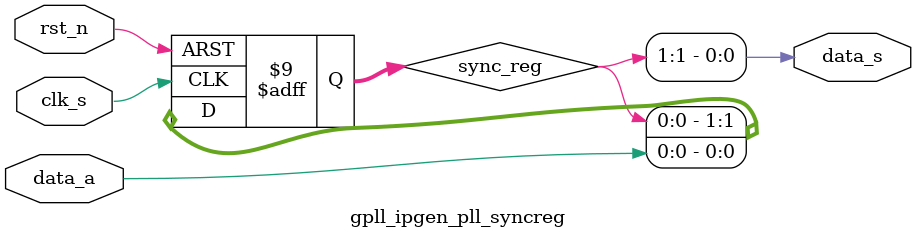
<source format=v>

/*******************************************************************************
    Verilog netlist generated by IPGEN Lattice Radiant Software (64-bit)
    2025.2.0.48.0
    Soft IP Version: 2.6.1
    2026 01 03 22:05:14
*******************************************************************************/
/*******************************************************************************
    Wrapper Module generated per user settings.
*******************************************************************************/
(* ORIG_MODULE_NAME="gpll", LATTICE_IP_GENERATED="1" *) module gpll (rstn_i, 
        clki_i, 
        lock_o, 
        clkop_o) ;
    input rstn_i ; 
    input clki_i ; 
    output lock_o ; 
    output clkop_o ; 
    gpll_ipgen_lscc_pll #(.DEVICE_NAME("LAV-AT-E30"),
            .VCO_FREQ(4000.0),
            .REFCLK_FREQ(50.0),
            .REFCLK_SEL(0),
            .FBKSEL_CLKOUT(0),
            .EXT_FBK_DELAY(3),
            .EN_USR_FBKCLK(0),
            .EN_EXT_CLKDIV(1),
            .EN_SYNC_CLK0(0),
            .WAIT_FOR_LOCK(0),
            .EN_FAST_LOCK(0),
            .EN_LOCK_DETECT(1),
            .EN_PLL_RST(1),
            .EN_CLK0_OUT(1),
            .EN_CLK1_OUT(0),
            .EN_CLK2_OUT(0),
            .EN_CLK3_OUT(0),
            .EN_CLK4_OUT(0),
            .EN_CLK5_OUT(0),
            .EN_CLK6_OUT(0),
            .EN_CLK7_OUT(0),
            .EN_CLK0_CLKEN(0),
            .EN_CLK1_CLKEN(0),
            .EN_CLK2_CLKEN(0),
            .EN_CLK3_CLKEN(0),
            .EN_CLK4_CLKEN(0),
            .EN_CLK5_CLKEN(0),
            .EN_CLK6_CLKEN(0),
            .EN_CLK7_CLKEN(0),
            .CLK0_BYP(0),
            .CLK1_BYP(0),
            .CLK2_BYP(0),
            .CLK3_BYP(0),
            .CLK4_BYP(0),
            .CLK5_BYP(0),
            .CLK6_BYP(0),
            .CLK7_BYP(0),
            .PHASE_SHIFT_TYPE(0),
            .CLK0_PHI(1),
            .CLK1_PHI(1),
            .CLK2_PHI(1),
            .CLK3_PHI(1),
            .CLK4_PHI(1),
            .CLK5_PHI(1),
            .CLK6_PHI(1),
            .CLK7_PHI(1),
            .CLK0_DEL(20),
            .CLK1_DEL(1),
            .CLK2_DEL(1),
            .CLK3_DEL(1),
            .CLK4_DEL(1),
            .CLK5_DEL(1),
            .CLK6_DEL(1),
            .CLK7_DEL(1),
            .PLL_SSEN(0),
            .PLL_DITHEN(0),
            .PLL_ENSAT(1),
            .PLL_INTFBK(1),
            .PLL_CLKR(6'h00),
            .PLL_CLKF(26'h0140000),
            .PLL_CLKV(26'h0000000),
            .PLL_CLKS(12'h000),
            .PLL_BWADJ(12'h013),
            .PLL_CLKOD0(11'h013),
            .PLL_CLKOD1(11'h000),
            .PLL_CLKOD2(11'h000),
            .PLL_CLKOD3(11'h000),
            .PLL_CLKOD4(11'h000),
            .PLL_CLKOD5(11'h000),
            .PLL_CLKOD6(11'h000),
            .PLL_CLKOD7(11'h013),
            .REG_INTERFACE("None"),
            .REG_MAPPING(0)) lscc_pll_inst (.rst_n_i(rstn_i), 
                .refclk_in_i(clki_i), 
                .usr_fbkclk_i(1'b0), 
                .phasedir_i(1'b0), 
                .phasestep_i(1'b0), 
                .phaseloadreg_i(1'b0), 
                .phasesel_i(3'b000), 
                .clken_clkop_i(1'b1), 
                .clken_clkos_i(1'b1), 
                .clken_clkos2_i(1'b1), 
                .clken_clkos3_i(1'b1), 
                .clken_clkos4_i(1'b1), 
                .clken_clkos5_i(1'b1), 
                .clken_clkophy_i(1'b1), 
                .clken_testclk_i(1'b1), 
                .refclk_out_o(), 
                .div_change_refclk_o(), 
                .div_change_fbkclk_o(), 
                .slip_refclk_o(), 
                .slip_fbkclk_o(), 
                .pll_lock_o(lock_o), 
                .clkout_clkop_o(clkop_o), 
                .clkout_clkos_o(), 
                .clkout_clkos2_o(), 
                .clkout_clkos3_o(), 
                .clkout_clkos4_o(), 
                .clkout_clkos5_o(), 
                .clkout_clkophy_o(), 
                .clkout_testclk_o(), 
                .outresetack_clkop_o(), 
                .outresetack_clkos_o(), 
                .outresetack_clkos2_o(), 
                .outresetack_clkos3_o(), 
                .outresetack_clkos4_o(), 
                .outresetack_clkos5_o(), 
                .outresetack_clkophy_o(), 
                .outresetack_testclk_o(), 
                .stepack_clkop_o(), 
                .stepack_clkos_o(), 
                .stepack_clkos2_o(), 
                .stepack_clkos3_o(), 
                .stepack_clkos4_o(), 
                .stepack_clkos5_o(), 
                .stepack_clkophy_o(), 
                .stepack_testclk_o(), 
                .lmmi_clk_i(1'b0), 
                .lmmi_resetn_i(1'b1), 
                .lmmi_request_i(1'b0), 
                .lmmi_wr_rdn_i(1'b0), 
                .lmmi_offset_i(5'b00000), 
                .lmmi_wdata_i(16'b0000000000000000), 
                .lmmi_rdata_o(), 
                .lmmi_rdata_valid_o(), 
                .lmmi_ready_o(), 
                .apb_pclk_i(1'b0), 
                .apb_preset_n_i(1'b1), 
                .apb_penable_i(1'b0), 
                .apb_psel_i(1'b0), 
                .apb_pwrite_i(1'b0), 
                .apb_paddr_i(7'b0000000), 
                .apb_pwdata_i(16'b0000000000000000), 
                .apb_pready_o(), 
                .apb_pslverr_o(), 
                .apb_prdata_o()) ; 
endmodule



// =============================================================================
// >>>>>>>>>>>>>>>>>>>>>>>>> COPYRIGHT NOTICE <<<<<<<<<<<<<<<<<<<<<<<<<<<<<<<<<<
// -----------------------------------------------------------------------------
//   Copyright (c) 2024 by Lattice Semiconductor Corporation
//   ALL RIGHTS RESERVED
// -----------------------------------------------------------------------------
//
//   Permission:
//
//      Lattice SG Pte. Ltd. grants permission to use this code
//      pursuant to the terms of the Lattice Reference Design License Agreement.
//
//
//   Disclaimer:
//
//      This VHDL or Verilog source code is intended as a design reference
//      which illustrates how these types of functions can be implemented.
//      It is the user's responsibility to verify their design for
//      consistency and functionality through the use of formal
//      verification methods.  Lattice provides no warranty
//      regarding the use or functionality of this code.
//
// -----------------------------------------------------------------------------
//
//                  Lattice SG Pte. Ltd.
//                  101 Thomson Road, United Square #07-02
//                  Singapore 307591
//
//
//                  TEL: 1-800-Lattice (USA and Canada)
//                       +65-6631-2000 (Singapore)
//                       +1-503-268-8001 (other locations)
//
//                  web: http://www.latticesemi.com/
//                  email: techsupport@latticesemi.com
//
// -----------------------------------------------------------------------------
//==========================================================================
// Module : lscc_pll
//==========================================================================
(* LATTICE_IP_MODULE=1 *) module gpll_ipgen_lscc_pll #(parameter VCO_FREQ = 2500.0, 
        parameter REFCLK_FREQ = 100.0, 
        parameter REFCLK_SEL = 0, 
        parameter FBKSEL_CLKOUT = 0, 
        parameter EXT_FBK_DELAY = 3, 
        parameter USE_ECLK_FBPATH = 0, 
        parameter EN_USR_FBKCLK = 0, 
        parameter EN_EXT_CLKDIV = 1, 
        parameter EN_SYNC_CLK0 = 0, 
        parameter EN_FAST_LOCK = 0, 
        parameter EN_LOCK_DETECT = 1, 
        parameter EN_PLL_RST = 1, 
        parameter EN_STARTUP_BW = 1, 
        parameter EN_CLK0_OUT = 1, 
        parameter EN_CLK1_OUT = 0, 
        parameter EN_CLK2_OUT = 0, 
        parameter EN_CLK3_OUT = 0, 
        parameter EN_CLK4_OUT = 0, 
        parameter EN_CLK5_OUT = 0, 
        parameter EN_CLK6_OUT = 0, 
        parameter EN_CLK7_OUT = 0, 
        parameter EN_CLK0_CLKEN = 0, 
        parameter EN_CLK1_CLKEN = 0, 
        parameter EN_CLK2_CLKEN = 0, 
        parameter EN_CLK3_CLKEN = 0, 
        parameter EN_CLK4_CLKEN = 0, 
        parameter EN_CLK5_CLKEN = 0, 
        parameter EN_CLK6_CLKEN = 0, 
        parameter EN_CLK7_CLKEN = 0, 
        parameter CLK0_BYP = 0, 
        parameter CLK1_BYP = 0, 
        parameter CLK2_BYP = 0, 
        parameter CLK3_BYP = 0, 
        parameter CLK4_BYP = 0, 
        parameter CLK5_BYP = 0, 
        parameter CLK6_BYP = 0, 
        parameter CLK7_BYP = 0, 
        parameter PHASE_SHIFT_TYPE = 0, 
        parameter CLK0_PHI = 1, 
        parameter CLK1_PHI = 1, 
        parameter CLK2_PHI = 1, 
        parameter CLK3_PHI = 1, 
        parameter CLK4_PHI = 1, 
        parameter CLK5_PHI = 1, 
        parameter CLK6_PHI = 1, 
        parameter CLK7_PHI = 1, 
        parameter CLK0_DEL = 1, 
        parameter CLK1_DEL = 1, 
        parameter CLK2_DEL = 1, 
        parameter CLK3_DEL = 1, 
        parameter CLK4_DEL = 1, 
        parameter CLK5_DEL = 1, 
        parameter CLK6_DEL = 1, 
        parameter CLK7_DEL = 1, 
        parameter PLL_SSEN = 0, 
        parameter PLL_DITHEN = 1, 
        parameter PLL_ENSAT = 1, 
        parameter PLL_INTFBK = 1, 
        parameter [5:0] PLL_CLKR = 6'd0, 
        parameter [25:0] PLL_CLKF = 26'h8C00, 
        parameter [25:0] PLL_CLKV = 26'd0, 
        parameter [11:0] PLL_CLKS = 12'd0, 
        parameter [11:0] PLL_BWADJ = 12'd17, 
        parameter [10:0] PLL_CLKOD0 = 11'd34, 
        parameter [10:0] PLL_CLKOD1 = 11'd34, 
        parameter [10:0] PLL_CLKOD2 = 11'd34, 
        parameter [10:0] PLL_CLKOD3 = 11'd34, 
        parameter [10:0] PLL_CLKOD4 = 11'd34, 
        parameter [10:0] PLL_CLKOD5 = 11'd34, 
        parameter [10:0] PLL_CLKOD6 = 11'd34, 
        parameter [10:0] PLL_CLKOD7 = 11'd19, 
        parameter REG_INTERFACE = "None", 
        parameter REG_MAPPING = ((REG_INTERFACE == "APB") ? 1 : 0), 
        parameter WAIT_FOR_LOCK = 0, 
        parameter DEVICE_NAME = "LAV-AT-E70", 
        parameter SIMULATION = 0) (
    //--begin_param--
    //----------------------------
    // Parameters
    // User Must Configure the IP Using
    // Radiant IP Generation Wizard
    //----------------------------
    // Enable Clock Output port
    // Use Clock Output Enable port
    // Clock Output Bypass
    // Static VCO Phase shift : 1-8
    // Static Divider Phase shift : 1-256
    // Enable Spread Spectrum
    // Enable Fractional accumulation (Dithering)
    // Enable Saturation behavior
    // Internal feedback select
    // Reference clock divider
    // Feedback divider
    // Spreading slope control
    // Spreading rate divider
    // Bandwidth adjustment divider
    // Output Dividers
    // ['None', 'APB', 'LMMI']
    // 0 - default addressing, 1 - dword addressing
    //--end_param--
    //--begin_ports--
    input rst_n_i, 
    input refclk_in_i, 
    input usr_fbkclk_i, 
    input clken_clkop_i, 
    input clken_clkos_i, 
    input clken_clkos2_i, 
    input clken_clkos3_i, 
    input clken_clkos4_i, 
    input clken_clkos5_i, 
    input clken_clkophy_i, 
    input clken_testclk_i, 
    output wire clkout_clkop_o, 
    output wire clkout_clkos_o, 
    output wire clkout_clkos2_o, 
    output wire clkout_clkos3_o, 
    output wire clkout_clkos4_o, 
    output wire clkout_clkos5_o, 
    output wire clkout_clkophy_o, 
    output wire clkout_testclk_o, 
    output wire outresetack_clkop_o, 
    output wire outresetack_clkos_o, 
    output wire outresetack_clkos2_o, 
    output wire outresetack_clkos3_o, 
    output wire outresetack_clkos4_o, 
    output wire outresetack_clkos5_o, 
    output wire outresetack_clkophy_o, 
    output wire outresetack_testclk_o, 
    input phasedir_i, 
    input phaseloadreg_i, 
    input [2:0] phasesel_i, 
    input phasestep_i, 
    output wire stepack_clkop_o, 
    output wire stepack_clkos_o, 
    output wire stepack_clkos2_o, 
    output wire stepack_clkos3_o, 
    output wire stepack_clkos4_o, 
    output wire stepack_clkos5_o, 
    output wire stepack_clkophy_o, 
    output wire stepack_testclk_o, 
    output wire pll_lock_o, 
    output wire refclk_out_o, 
    output wire div_change_fbkclk_o, 
    output wire div_change_refclk_o, 
    output wire slip_fbkclk_o, 
    output wire slip_refclk_o /*AUTOINPUT*//*AUTOOUTPUT*/, 
    input lmmi_clk_i, 
    input [4:0] lmmi_offset_i, 
    input lmmi_request_i, 
    input lmmi_resetn_i, 
    input [15:0] lmmi_wdata_i, 
    input lmmi_wr_rdn_i, 
    output wire [15:0] lmmi_rdata_o, 
    output wire lmmi_rdata_valid_o, 
    output wire lmmi_ready_o, 
    input apb_pclk_i, 
    input apb_preset_n_i, 
    input apb_psel_i, 
    input apb_penable_i, 
    input apb_pwrite_i, 
    input [6:0] apb_paddr_i, 
    input [15:0] apb_pwdata_i, 
    output wire apb_pready_o, 
    output wire apb_pslverr_o, 
    output wire [15:0] apb_prdata_o) ;
    //--end_ports--
    function [((8 * 10) - 1):0] int_to_str ; 
        input [31:0] int_num ; 
        integer num, 
            i ; 
        reg [((8 * 16) - 1):0] str_num ; 
        reg [3:0] digit ; 
        reg [8:0] str_digit ; 
        begin
            num = int_num ;
            digit = 0 ;
            i = 0 ;
            str_num = "0" ;
            for (num = int_num ; (num > 0) ; num = ((num - digit) / 10))
                begin
                    digit = (num % 10) ;
                    case (digit)
                    0 : 
                        str_digit = "0" ;
                    1 : 
                        str_digit = "1" ;
                    2 : 
                        str_digit = "2" ;
                    3 : 
                        str_digit = "3" ;
                    4 : 
                        str_digit = "4" ;
                    5 : 
                        str_digit = "5" ;
                    6 : 
                        str_digit = "6" ;
                    7 : 
                        str_digit = "7" ;
                    8 : 
                        str_digit = "8" ;
                    9 : 
                        str_digit = "9" ;
                    default : 
                        str_digit = "%" ;
                    endcase 
                    str_num[(i * 8) +: 8] = str_digit ;
                    i = (i + 1) ;
                end
            int_to_str = {"",
                    str_num} ;
        end
    endfunction
    function [(((2 + 2) * 8) - 1):0] int_to_2b_str ; 
    // int_to_2b_str
        input [1:0] value ; 
        reg [((8 * 2) - 1):0] binstr ; 
        integer idx ; 
        begin
            for (idx = 0 ; (idx < 2) ; idx = (idx + 1))
                begin
                    binstr[(idx * 8) +: 8] = (value[idx] ? "1" : "0") ;
                end
            int_to_2b_str = {"0b",
                    binstr} ;
        end
    endfunction
    function [(((2 + 12) * 8) - 1):0] int_to_12b_str ; 
    // int_to_12b_str
        input [11:0] value ; 
        reg [((8 * 12) - 1):0] binstr ; 
        integer idx ; 
        begin
            for (idx = 0 ; (idx < 12) ; idx = (idx + 1))
                begin
                    binstr[(idx * 8) +: 8] = (value[idx] ? "1" : "0") ;
                end
            int_to_12b_str = {"0b",
                    binstr} ;
        end
    endfunction
    function [(((2 + 14) * 8) - 1):0] int_to_14b_str ; 
    // int_to_14b_str
        input [13:0] value ; 
        reg [((8 * 14) - 1):0] binstr ; 
        integer idx ; 
        begin
            for (idx = 0 ; (idx < 14) ; idx = (idx + 1))
                begin
                    binstr[(idx * 8) +: 8] = (value[idx] ? "1" : "0") ;
                end
            int_to_14b_str = {"0b",
                    binstr} ;
        end
    endfunction
    function [(((2 + 26) * 8) - 1):0] int_to_26b_str ; 
    // int_to_26b_str
        input [25:0] value ; 
        reg [((8 * 26) - 1):0] binstr ; 
        integer idx ; 
        begin
            for (idx = 0 ; (idx < 26) ; idx = (idx + 1))
                begin
                    binstr[(idx * 8) +: 8] = (value[idx] ? "1" : "0") ;
                end
            int_to_26b_str = {"0b",
                    binstr} ;
        end
    endfunction
    //--------------------------------------------------------------------------
    //--- Local Parameters/Defines ---
    //--------------------------------------------------------------------------
    // ------------------------------------
    // intermediate values - for debugging
    // ------------------------------------
    localparam REFCLK_DIV = (PLL_CLKR + 1) ; 
    localparam FBK_INTG_DIV = PLL_CLKF[25:14] ; 
    localparam FBK_FRAC_DIV = PLL_CLKF[13:6] ; 
    localparam FBK_FRAC_SSC = PLL_CLKF[5:0] ; 
    localparam FBK_FRAC_14B = PLL_CLKF[13:0] ; 
    localparam BWADJ_DIV = (PLL_BWADJ + 1) ; 
    localparam CLK0_DIV = (PLL_CLKOD0 + 1) ; 
    localparam CLK1_DIV = (PLL_CLKOD1 + 1) ; 
    localparam CLK2_DIV = (PLL_CLKOD2 + 1) ; 
    localparam CLK3_DIV = (PLL_CLKOD3 + 1) ; 
    localparam CLK4_DIV = (PLL_CLKOD4 + 1) ; 
    localparam CLK5_DIV = (PLL_CLKOD5 + 1) ; 
    localparam CLK6_DIV = (PLL_CLKOD6 + 1) ; 
    localparam CLK7_DIV = (PLL_CLKOD7 + 1) ; 
    // VCO Frequency
    localparam FVCO = int_to_str(VCO_FREQ) ; 
    // Reference Clock Frequency
    localparam FCLKI = int_to_str(REFCLK_FREQ) ; 
    // Reference Clock Divider
    localparam CLKI_DIV = int_to_str(REFCLK_DIV) ; 
    // Reference Clock Mux Select
    localparam CLKI_SEL = (REFCLK_SEL ? "REFMUX1" : "REFMUX0") ; 
    // Feedback Divider - CLKF[25:0]: [25:14] - int, [13:6] - fracN, [5:0] - ssc
    localparam CLKFB_DIV = int_to_str(FBK_INTG_DIV) ; 
    localparam CLKFB_PATH = (PLL_INTFBK ? "INTERNAL" : (USE_ECLK_FBPATH ? "EXTERNAL_ECLK" : "EXTERNAL")) ; 
    localparam FRACTIONAL_FBK = int_to_14b_str(FBK_FRAC_14B) ; 
    localparam EXT_FB_DELAY = int_to_2b_str(EXT_FBK_DELAY) ; 
    // Bandwidth Adjustment divider - BWADJ[11:0]
    //localparam                    LOOP_BW                 = `STR_PARAM_TYPE(int_to_12b_str(PLL_BWADJ));
    // initial BW ratio should be 1.0 (i.e. NB = effective feedback divider)
    // for internal feedback NB=NF, for external feedback NB=NF*OD
    localparam EFF_FBK_DIV = (PLL_INTFBK ? FBK_INTG_DIV : ((FBKSEL_CLKOUT == 6) ? (FBK_INTG_DIV * CLK6_DIV) : ((FBKSEL_CLKOUT == 5) ? (FBK_INTG_DIV * CLK5_DIV) : ((FBKSEL_CLKOUT == 4) ? (FBK_INTG_DIV * CLK4_DIV) : ((FBKSEL_CLKOUT == 3) ? (FBK_INTG_DIV * CLK3_DIV) : ((FBKSEL_CLKOUT == 2) ? (FBK_INTG_DIV * CLK2_DIV) : ((FBKSEL_CLKOUT == 1) ? (FBK_INTG_DIV * CLK1_DIV) : (FBK_INTG_DIV * CLK0_DIV)))))))) ; 
    localparam NB_INIT = (EFF_FBK_DIV - 1) ; 
    localparam LOOP_BW = int_to_12b_str(NB_INIT) ; 
    // SSC spreading Slope control - CLKV[25:0]
    localparam CLKV_SSC_SLOPE = int_to_26b_str(PLL_CLKV) ; 
    // SSC spreading rate divider - CLKS[11:0]
    localparam CLKS_SSC_RATE = int_to_12b_str(PLL_CLKS) ; 
    // External Output Dividers
    localparam CLKOP_DIV = (EN_EXT_CLKDIV ? int_to_str(CLK0_DIV) : "1") ; 
    localparam CLKOS_DIV = (EN_EXT_CLKDIV ? int_to_str(CLK1_DIV) : "1") ; 
    localparam CLKOS2_DIV = (EN_EXT_CLKDIV ? int_to_str(CLK2_DIV) : "1") ; 
    localparam CLKOS3_DIV = (EN_EXT_CLKDIV ? int_to_str(CLK3_DIV) : "1") ; 
    localparam CLKOS4_DIV = (EN_EXT_CLKDIV ? int_to_str(CLK4_DIV) : "1") ; 
    localparam CLKOS5_DIV = (EN_EXT_CLKDIV ? int_to_str(CLK5_DIV) : "1") ; 
    localparam CLKPHY_DIV = (EN_EXT_CLKDIV ? int_to_str(CLK6_DIV) : "1") ; 
    // set external output divider to 2, then combined with internal output divider (20) - a total of 40
    // CLK7 would have a range of 40 MHz to 100 MHz (150 MHz worst case)
    localparam INT_CLK7_DIV = (EN_EXT_CLKDIV ? int_to_str(2) : "1") ; 
    // Internal Output Dividers
    localparam INT_CLKOD0_DIV = (EN_EXT_CLKDIV ? "1" : int_to_str(CLK0_DIV)) ; 
    localparam INT_CLKOD1_DIV = (EN_EXT_CLKDIV ? "1" : int_to_str(CLK1_DIV)) ; 
    localparam INT_CLKOD2_DIV = (EN_EXT_CLKDIV ? "1" : int_to_str(CLK2_DIV)) ; 
    localparam INT_CLKOD3_DIV = (EN_EXT_CLKDIV ? "1" : int_to_str(CLK3_DIV)) ; 
    localparam INT_CLKOD4_DIV = (EN_EXT_CLKDIV ? "1" : int_to_str(CLK4_DIV)) ; 
    localparam INT_CLKOD5_DIV = (EN_EXT_CLKDIV ? "1" : int_to_str(CLK5_DIV)) ; 
    localparam INT_CLKOD6_DIV = (EN_EXT_CLKDIV ? "1" : int_to_str(CLK6_DIV)) ; 
    //localparam                    INT_CLKOD7_DIV          = (EN_EXT_CLKDIV)? "1" : `STR_PARAM_TYPE(int_to_str(25));
    localparam INT_CLKOD7_DIV = int_to_str(20) ; // this should be a fix value in PLL primitive
    // Clock Output Bypass (external)
    localparam CLKOP_OUT_SEL = (CLK0_BYP ? "CLKI" : "DIVA") ; 
    localparam CLKOS_OUT_SEL = (CLK1_BYP ? "CLKI" : "DIVB") ; 
    localparam CLKOS2_OUT_SEL = (CLK2_BYP ? "CLKI" : "DIVC") ; 
    localparam CLKOS3_OUT_SEL = (CLK3_BYP ? "CLKI" : "DIVD") ; 
    localparam CLKOS4_OUT_SEL = (CLK4_BYP ? "CLKI" : "DIVE") ; 
    localparam CLKOS5_OUT_SEL = (CLK5_BYP ? "CLKI" : "DIVF") ; 
    localparam CLKPHY_OUT_SEL = (CLK6_BYP ? "CLKI" : "DIVPHY") ; 
    localparam TEST_CLK7_OUT_SEL = (CLK7_BYP ? "CLKI" : "DIVRES") ; 
    // Enable output(s) sync with CLKOP
    localparam SYNC_CLKOP = (EN_SYNC_CLK0 ? "ENABLED" : "DISABLED") ; 
    // Enable fast lock
    localparam FAST_LOCK = (EN_FAST_LOCK ? "ENABLED" : "DISABLED") ; 
    // Reset PLL when loss of lock is detected
    localparam LOSS_LOCK_DETECTION = "DISABLED" ; // recommended by PE
    // Enable Spread Spectrum clock
    localparam SCC_SS = (PLL_SSEN ? "ENABLED" : "DISABLED") ; 
    // Enable Fractional accumulation - Dithering
    localparam SCC_FRACTIONAL = (PLL_DITHEN ? "ENABLED" : "DISABLED") ; 
    // Enable saturation
    localparam SATURATION = (PLL_ENSAT ? "ENABLED" : "DISABLED") ; 
    // Enable PLL reset port
    localparam EN_PLLRESET = (EN_PLL_RST ? "ENABLED" : "DISABLED") ; 
    // Enable Clock Output port
    localparam EN_CLKOP_OUT = (EN_CLK0_OUT ? "ON" : "OFF") ; 
    localparam EN_CLKOS_OUT = (EN_CLK1_OUT ? "ON" : "OFF") ; 
    localparam EN_CLKOS2_OUT = (EN_CLK2_OUT ? "ON" : "OFF") ; 
    localparam EN_CLKOS3_OUT = (EN_CLK3_OUT ? "ON" : "OFF") ; 
    localparam EN_CLKOS4_OUT = (EN_CLK4_OUT ? "ON" : "OFF") ; 
    localparam EN_CLKOS5_OUT = (EN_CLK5_OUT ? "ON" : "OFF") ; 
    localparam EN_CLKPHY_OUT = (EN_CLK6_OUT ? "ON" : "OFF") ; 
    localparam TEST_EN_CLK7_OUT = (EN_STARTUP_BW ? "ON" : "OFF") ; 
    // Use Clock Output Enable port
    localparam EN_CLKOP = ((EN_CLK0_OUT && (!EN_CLK0_CLKEN)) ? "YES" : "NO") ; 
    localparam EN_CLKOS = ((EN_CLK1_OUT && (!EN_CLK1_CLKEN)) ? "YES" : "NO") ; 
    localparam EN_CLKOS2 = ((EN_CLK2_OUT && (!EN_CLK2_CLKEN)) ? "YES" : "NO") ; 
    localparam EN_CLKOS3 = ((EN_CLK3_OUT && (!EN_CLK3_CLKEN)) ? "YES" : "NO") ; 
    localparam EN_CLKOS4 = ((EN_CLK4_OUT && (!EN_CLK4_CLKEN)) ? "YES" : "NO") ; 
    localparam EN_CLKOS5 = ((EN_CLK5_OUT && (!EN_CLK5_CLKEN)) ? "YES" : "NO") ; 
    localparam EN_CLKPHY = ((EN_CLK6_OUT && (!EN_CLK6_CLKEN)) ? "YES" : "NO") ; 
    localparam TEST_EN_CLK7 = ((EN_STARTUP_BW && (!EN_CLK7_CLKEN)) ? "YES" : "NO") ; 
    // Phase shift source - static or dynamic
    localparam PHASE_SOURCE = (PHASE_SHIFT_TYPE ? "DYN" : "STATIC") ; 
    // Static VCO Phase shift
    localparam CLKOP_FPHASE = int_to_str(CLK0_PHI) ; 
    localparam CLKOS_FPHASE = int_to_str(CLK1_PHI) ; 
    localparam CLKOS2_FPHASE = int_to_str(CLK2_PHI) ; 
    localparam CLKOS3_FPHASE = int_to_str(CLK3_PHI) ; 
    localparam CLKOS4_FPHASE = int_to_str(CLK4_PHI) ; 
    localparam CLKOS5_FPHASE = int_to_str(CLK5_PHI) ; 
    localparam CLKPHY_FPHASE = int_to_str(CLK6_PHI) ; 
    localparam TEST_CLK7_FPHASE = int_to_str(CLK7_PHI) ; 
    // Static Divider Phase shift
    localparam CLKOP_CPHASE = int_to_str(CLK0_DEL) ; 
    localparam CLKOS_CPHASE = int_to_str(CLK1_DEL) ; 
    localparam CLKOS2_CPHASE = int_to_str(CLK2_DEL) ; 
    localparam CLKOS3_CPHASE = int_to_str(CLK3_DEL) ; 
    localparam CLKOS4_CPHASE = int_to_str(CLK4_DEL) ; 
    localparam CLKOS5_CPHASE = int_to_str(CLK5_DEL) ; 
    localparam CLKOPHY_CPHASE = int_to_str(CLK6_DEL) ; 
    localparam TEST_CLK7_CPHASE = int_to_str(CLK7_DEL) ; 
    localparam EN_PLL = "ENABLED" ; 
    //localparam                    CONFIG_WAIT_FOR_LOCK    = (WAIT_FOR_LOCK)? "ENABLED" : "DISABLED"; // de-featured
    // programmable phase control -- need not be set
    localparam STATIC_PHASE_SEL = "CLKOP" ; // dyn_sel
    localparam STATIC_PHASE_LOADREG = "NO" ; // load_reg
    localparam STATIC_VCO_PHASE_STEP = "NO" ; // rotate
    localparam STATIC_VCO_PHASE_DIR = "DELAYED" ; // direction
    //--------------------------------------------------------------------------
    //--- Combinational Wire/Reg ---
    //--------------------------------------------------------------------------
    /*AUTOREGINPUT*/
    /*AUTOWIRE*/
    wire rst_i ; 
    wire fbkclk_i ; 
    // hard IP wires
    wire init_clk_i ; 
    (* syn_keep=1 *) wire pll_lock ; 
    wire lmmi_clk_w ; 
    wire lmmi_resetn_w ; 
    wire lmmi_request_w ; 
    wire lmmi_wr_rdn_w ; 
    wire [4:0] lmmi_offset_w ; 
    wire [15:0] lmmi_wdata_w ; 
    wire lmmi_ready_w ; 
    wire lmmi_rdata_valid_w ; 
    wire [15:0] lmmi_rdata_w ; 
    // user interface wires
    wire usr_lmmi_clk_i ; 
    wire usr_lmmi_resetn_i ; 
    wire usr_lmmi_request_i ; 
    wire usr_lmmi_wr_rdn_i ; 
    wire [4:0] usr_lmmi_offset_i ; 
    wire [15:0] usr_lmmi_wdata_i ; 
    wire usr_lmmi_ready_o ; 
    wire usr_lmmi_rdata_valid_o ; 
    wire [15:0] usr_lmmi_rdata_o ; 
    //--------------------------------------------------------------------------
    //--- Registers ---
    //--------------------------------------------------------------------------
    assign rst_i = (~rst_n_i) ; 
    // if PLL_INTFBK == 1, fbclk_i doesn't matter
    assign fbkclk_i = (PLL_INTFBK ? 1'b0 : (EN_USR_FBKCLK ? usr_fbkclk_i : ((FBKSEL_CLKOUT == 7) ? clkout_testclk_o : ((FBKSEL_CLKOUT == 6) ? clkout_clkophy_o : ((FBKSEL_CLKOUT == 5) ? clkout_clkos5_o : ((FBKSEL_CLKOUT == 4) ? clkout_clkos4_o : ((FBKSEL_CLKOUT == 3) ? clkout_clkos3_o : ((FBKSEL_CLKOUT == 2) ? clkout_clkos2_o : ((FBKSEL_CLKOUT == 1) ? clkout_clkos_o : clkout_clkop_o))))))))) ; 
    assign init_clk_i = clkout_testclk_o ; 
    //--------------------------------------------------------------------------
    //--- Module Instantiation ---
    //--------------------------------------------------------------------------
    generate
        if ((REG_INTERFACE == "APB")) 
            begin : gen_apb
                wire [4:0] apb_paddr_w ; 
                assign apb_paddr_w = (REG_MAPPING ? apb_paddr_i[6:2] : apb_paddr_i[4:0]) ; 
                gpll_ipgen_apb2lmmi #(.DATA_WIDTH(16),
                        .ADDR_WIDTH(5),
                        .REG_OUTPUT(1)) u_apb (// Parameters
                        // Inputs
                        .clk_i(apb_pclk_i), 
                            .rst_n_i(apb_preset_n_i), 
                            .apb_penable_i(apb_penable_i), 
                            .apb_psel_i(apb_psel_i), 
                            .apb_pwrite_i(apb_pwrite_i), 
                            .apb_paddr_i(apb_paddr_w[4:0]), 
                            .apb_pwdata_i(apb_pwdata_i[15:0]), 
                            .lmmi_ready_i(usr_lmmi_ready_o), 
                            .lmmi_rdata_valid_i(usr_lmmi_rdata_valid_o), 
                            .lmmi_error_i(1'b0), 
                            .lmmi_rdata_i(usr_lmmi_rdata_o[15:0]), 
                            // Outputs
                        .apb_pready_o(apb_pready_o), 
                            .apb_pslverr_o(apb_pslverr_o), 
                            .apb_prdata_o(apb_prdata_o[15:0]), 
                            .lmmi_request_o(usr_lmmi_request_i), 
                            .lmmi_wr_rdn_o(usr_lmmi_wr_rdn_i), 
                            .lmmi_offset_o(usr_lmmi_offset_i[4:0]), 
                            .lmmi_wdata_o(usr_lmmi_wdata_i[15:0]), 
                            .lmmi_resetn_o() /*AUTOINST*/) ; 
                assign usr_lmmi_clk_i = apb_pclk_i ; 
                assign usr_lmmi_resetn_i = apb_preset_n_i ; 
                assign lmmi_ready_o = 1'b0 ; 
                assign lmmi_rdata_valid_o = 1'b0 ; 
                assign lmmi_rdata_o = usr_lmmi_rdata_o ; 
            end
        else
            begin : gen_lmmi
                assign usr_lmmi_clk_i = lmmi_clk_i ; 
                assign usr_lmmi_resetn_i = lmmi_resetn_i ; 
                assign usr_lmmi_wdata_i = lmmi_wdata_i ; 
                assign usr_lmmi_wr_rdn_i = lmmi_wr_rdn_i ; 
                assign usr_lmmi_offset_i = lmmi_offset_i ; 
                assign usr_lmmi_request_i = lmmi_request_i ; 
                assign lmmi_ready_o = usr_lmmi_ready_o ; 
                assign lmmi_rdata_valid_o = usr_lmmi_rdata_valid_o ; 
                assign lmmi_rdata_o = usr_lmmi_rdata_o ; 
                assign apb_pready_o = 1'b0 ; 
                assign apb_pslverr_o = 1'b0 ; 
                assign apb_prdata_o = 16'd0 ; 
            end
        if (SIMULATION) 
            begin : gen_sim_disp
                initial
                    begin
                        $display ("----------------------------------------------------------------------") ;
                        $display ("----------------------- PLL Wrapper Parameters -----------------------") ;
                        $display ("----------------------------------------------------------------------") ;
                        $display ("[DEBUG] PLL wrapper parameter : VCO_FREQ         = %0f",
                                VCO_FREQ) ;
                        $display ("[DEBUG] PLL wrapper parameter : REFCLK_FREQ      = %0f",
                                REFCLK_FREQ) ;
                        $display ("[DEBUG] PLL wrapper parameter : REFCLK_SEL       = %0d",
                                REFCLK_SEL) ;
                        $display ("[DEBUG] PLL wrapper parameter : FBKSEL_CLKOUT    = %0d",
                                FBKSEL_CLKOUT) ;
                        $display ("[DEBUG] PLL wrapper parameter : EXT_FBK_DELAY    = %0d",
                                EXT_FBK_DELAY) ;
                        $display ("[DEBUG] PLL wrapper parameter : EN_USR_FBKCLK    = %0d",
                                EN_USR_FBKCLK) ;
                        $display ("[DEBUG] PLL wrapper parameter : EN_EXT_CLKDIV    = %0d",
                                EN_EXT_CLKDIV) ;
                        $display ("[DEBUG] PLL wrapper parameter : EN_SYNC_CLK0     = %0d",
                                EN_SYNC_CLK0) ;
                        $display ("[DEBUG] PLL wrapper parameter : EN_FAST_LOCK     = %0d",
                                EN_FAST_LOCK) ;
                        $display ("[DEBUG] PLL wrapper parameter : EN_LOCK_DETECT   = %0d",
                                EN_LOCK_DETECT) ;
                        $display ("[DEBUG] PLL wrapper parameter : EN_PLL_RST       = %0d",
                                EN_PLL_RST) ;
                        $display ("[DEBUG] PLL wrapper parameter : EN_CLK0_OUT      = %0d",
                                EN_CLK0_OUT) ;
                        $display ("[DEBUG] PLL wrapper parameter : EN_CLK1_OUT      = %0d",
                                EN_CLK1_OUT) ;
                        $display ("[DEBUG] PLL wrapper parameter : EN_CLK2_OUT      = %0d",
                                EN_CLK2_OUT) ;
                        $display ("[DEBUG] PLL wrapper parameter : EN_CLK3_OUT      = %0d",
                                EN_CLK3_OUT) ;
                        $display ("[DEBUG] PLL wrapper parameter : EN_CLK4_OUT      = %0d",
                                EN_CLK4_OUT) ;
                        $display ("[DEBUG] PLL wrapper parameter : EN_CLK5_OUT      = %0d",
                                EN_CLK5_OUT) ;
                        $display ("[DEBUG] PLL wrapper parameter : EN_CLK6_OUT      = %0d",
                                EN_CLK6_OUT) ;
                        $display ("[DEBUG] PLL wrapper parameter : EN_CLK7_OUT      = %0d",
                                EN_CLK7_OUT) ;
                        $display ("[DEBUG] PLL wrapper parameter : EN_CLK0_CLKEN    = %0d",
                                EN_CLK0_CLKEN) ;
                        $display ("[DEBUG] PLL wrapper parameter : EN_CLK1_CLKEN    = %0d",
                                EN_CLK1_CLKEN) ;
                        $display ("[DEBUG] PLL wrapper parameter : EN_CLK2_CLKEN    = %0d",
                                EN_CLK2_CLKEN) ;
                        $display ("[DEBUG] PLL wrapper parameter : EN_CLK3_CLKEN    = %0d",
                                EN_CLK3_CLKEN) ;
                        $display ("[DEBUG] PLL wrapper parameter : EN_CLK4_CLKEN    = %0d",
                                EN_CLK4_CLKEN) ;
                        $display ("[DEBUG] PLL wrapper parameter : EN_CLK5_CLKEN    = %0d",
                                EN_CLK5_CLKEN) ;
                        $display ("[DEBUG] PLL wrapper parameter : EN_CLK6_CLKEN    = %0d",
                                EN_CLK6_CLKEN) ;
                        $display ("[DEBUG] PLL wrapper parameter : EN_CLK7_CLKEN    = %0d",
                                EN_CLK7_CLKEN) ;
                        $display ("[DEBUG] PLL wrapper parameter : CLK0_BYP         = %0d",
                                CLK0_BYP) ;
                        $display ("[DEBUG] PLL wrapper parameter : CLK1_BYP         = %0d",
                                CLK1_BYP) ;
                        $display ("[DEBUG] PLL wrapper parameter : CLK2_BYP         = %0d",
                                CLK2_BYP) ;
                        $display ("[DEBUG] PLL wrapper parameter : CLK3_BYP         = %0d",
                                CLK3_BYP) ;
                        $display ("[DEBUG] PLL wrapper parameter : CLK4_BYP         = %0d",
                                CLK4_BYP) ;
                        $display ("[DEBUG] PLL wrapper parameter : CLK5_BYP         = %0d",
                                CLK5_BYP) ;
                        $display ("[DEBUG] PLL wrapper parameter : CLK6_BYP         = %0d",
                                CLK6_BYP) ;
                        $display ("[DEBUG] PLL wrapper parameter : CLK7_BYP         = %0d",
                                CLK7_BYP) ;
                        $display ("[DEBUG] PLL wrapper parameter : PHASE_SHIFT_TYPE = %0d",
                                PHASE_SHIFT_TYPE) ;
                        $display ("[DEBUG] PLL wrapper parameter : CLK0_PHI         = %0d",
                                CLK0_PHI) ;
                        $display ("[DEBUG] PLL wrapper parameter : CLK1_PHI         = %0d",
                                CLK1_PHI) ;
                        $display ("[DEBUG] PLL wrapper parameter : CLK2_PHI         = %0d",
                                CLK2_PHI) ;
                        $display ("[DEBUG] PLL wrapper parameter : CLK3_PHI         = %0d",
                                CLK3_PHI) ;
                        $display ("[DEBUG] PLL wrapper parameter : CLK4_PHI         = %0d",
                                CLK4_PHI) ;
                        $display ("[DEBUG] PLL wrapper parameter : CLK5_PHI         = %0d",
                                CLK5_PHI) ;
                        $display ("[DEBUG] PLL wrapper parameter : CLK6_PHI         = %0d",
                                CLK6_PHI) ;
                        $display ("[DEBUG] PLL wrapper parameter : CLK7_PHI         = %0d",
                                CLK7_PHI) ;
                        $display ("[DEBUG] PLL wrapper parameter : CLK0_DEL         = %0d",
                                CLK0_DEL) ;
                        $display ("[DEBUG] PLL wrapper parameter : CLK1_DEL         = %0d",
                                CLK1_DEL) ;
                        $display ("[DEBUG] PLL wrapper parameter : CLK2_DEL         = %0d",
                                CLK2_DEL) ;
                        $display ("[DEBUG] PLL wrapper parameter : CLK3_DEL         = %0d",
                                CLK3_DEL) ;
                        $display ("[DEBUG] PLL wrapper parameter : CLK4_DEL         = %0d",
                                CLK4_DEL) ;
                        $display ("[DEBUG] PLL wrapper parameter : CLK5_DEL         = %0d",
                                CLK5_DEL) ;
                        $display ("[DEBUG] PLL wrapper parameter : CLK6_DEL         = %0d",
                                CLK6_DEL) ;
                        $display ("[DEBUG] PLL wrapper parameter : CLK7_DEL         = %0d",
                                CLK7_DEL) ;
                        $display ("[DEBUG] PLL wrapper parameter : PLL_SSEN         = %0d",
                                PLL_SSEN) ;
                        $display ("[DEBUG] PLL wrapper parameter : PLL_DITHEN       = %0d",
                                PLL_DITHEN) ;
                        $display ("[DEBUG] PLL wrapper parameter : PLL_ENSAT        = %0d",
                                PLL_ENSAT) ;
                        $display ("[DEBUG] PLL wrapper parameter : PLL_INTFBK       = %0d",
                                PLL_INTFBK) ;
                        $display ("[DEBUG] PLL wrapper parameter : PLL_CLKR         = %0d",
                                PLL_CLKR) ;
                        $display ("[DEBUG] PLL wrapper parameter : PLL_CLKF         = %0d",
                                PLL_CLKF) ;
                        $display ("[DEBUG] PLL wrapper parameter : PLL_CLKV         = %0d",
                                PLL_CLKV) ;
                        $display ("[DEBUG] PLL wrapper parameter : PLL_CLKS         = %0d",
                                PLL_CLKS) ;
                        $display ("[DEBUG] PLL wrapper parameter : PLL_BWADJ        = %0d",
                                PLL_BWADJ) ;
                        $display ("[DEBUG] PLL wrapper parameter : PLL_CLKOD0       = %0d",
                                PLL_CLKOD0) ;
                        $display ("[DEBUG] PLL wrapper parameter : PLL_CLKOD1       = %0d",
                                PLL_CLKOD1) ;
                        $display ("[DEBUG] PLL wrapper parameter : PLL_CLKOD2       = %0d",
                                PLL_CLKOD2) ;
                        $display ("[DEBUG] PLL wrapper parameter : PLL_CLKOD3       = %0d",
                                PLL_CLKOD3) ;
                        $display ("[DEBUG] PLL wrapper parameter : PLL_CLKOD4       = %0d",
                                PLL_CLKOD4) ;
                        $display ("[DEBUG] PLL wrapper parameter : PLL_CLKOD5       = %0d",
                                PLL_CLKOD5) ;
                        $display ("[DEBUG] PLL wrapper parameter : PLL_CLKOD6       = %0d",
                                PLL_CLKOD6) ;
                        $display ("[DEBUG] PLL wrapper parameter : PLL_CLKOD7       = %0d",
                                PLL_CLKOD7) ;
                        $display ("[DEBUG] PLL wrapper parameter : REG_INTERFACE    = %0s",
                                REG_INTERFACE) ;
                        $display ("[DEBUG] PLL wrapper parameter : SIMULATION       = %0d",
                                SIMULATION) ;
                        $display ("----------------------------------------------------------------------") ;
                        $display ("---------------------- PLL Primitive Parameters ----------------------") ;
                        $display ("----------------------------------------------------------------------") ;
                        $display ("[DEBUG] PLL Primitive parameter : FCLKI                 = %0s",
                                FCLKI) ;
                        $display ("[DEBUG] PLL Primitive parameter : FVCO                  = %0s",
                                FVCO) ;
                        $display ("[DEBUG] PLL Primitive parameter : EN_PLL                = %0s",
                                EN_PLL) ;
                        $display ("[DEBUG] PLL Primitive parameter : EN_PLLRESET           = %0s",
                                EN_PLLRESET) ;
                        $display ("[DEBUG] PLL Primitive parameter : SATURATION            = %0s",
                                SATURATION) ;
                        $display ("[DEBUG] PLL Primitive parameter : SCC_SS                = %0s",
                                SCC_SS) ;
                        $display ("[DEBUG] PLL Primitive parameter : SCC_FRACTIONAL        = %0s",
                                SCC_FRACTIONAL) ;
                        $display ("[DEBUG] PLL Primitive parameter : EN_CLKOP              = %0s",
                                EN_CLKOP) ;
                        $display ("[DEBUG] PLL Primitive parameter : EN_CLKOS              = %0s",
                                EN_CLKOS) ;
                        $display ("[DEBUG] PLL Primitive parameter : EN_CLKOS2             = %0s",
                                EN_CLKOS2) ;
                        $display ("[DEBUG] PLL Primitive parameter : EN_CLKOS3             = %0s",
                                EN_CLKOS3) ;
                        $display ("[DEBUG] PLL Primitive parameter : EN_CLKOS4             = %0s",
                                EN_CLKOS4) ;
                        $display ("[DEBUG] PLL Primitive parameter : EN_CLKOS5             = %0s",
                                EN_CLKOS5) ;
                        $display ("[DEBUG] PLL Primitive parameter : EN_CLKPHY             = %0s",
                                EN_CLKPHY) ;
                        $display ("[DEBUG] PLL Primitive parameter : EN_CLKRES             = %0s",
                                TEST_EN_CLK7) ;
                        $display ("[DEBUG] PLL Primitive parameter : EN_CLKOP_OUT          = %0s",
                                EN_CLKOP_OUT) ;
                        $display ("[DEBUG] PLL Primitive parameter : EN_CLKOS_OUT          = %0s",
                                EN_CLKOS_OUT) ;
                        $display ("[DEBUG] PLL Primitive parameter : EN_CLKOS2_OUT         = %0s",
                                EN_CLKOS2_OUT) ;
                        $display ("[DEBUG] PLL Primitive parameter : EN_CLKOS3_OUT         = %0s",
                                EN_CLKOS3_OUT) ;
                        $display ("[DEBUG] PLL Primitive parameter : EN_CLKOS4_OUT         = %0s",
                                EN_CLKOS4_OUT) ;
                        $display ("[DEBUG] PLL Primitive parameter : EN_CLKOS5_OUT         = %0s",
                                EN_CLKOS5_OUT) ;
                        $display ("[DEBUG] PLL Primitive parameter : EN_CLKPHY_OUT         = %0s",
                                EN_CLKPHY_OUT) ;
                        $display ("[DEBUG] PLL Primitive parameter : EN_CLKRES_OUT         = %0s",
                                TEST_EN_CLK7_OUT) ;
                        $display ("[DEBUG] PLL Primitive parameter : CLKOP_OUT_SEL         = %0s",
                                CLKOP_OUT_SEL) ;
                        $display ("[DEBUG] PLL Primitive parameter : CLKOS_OUT_SEL         = %0s",
                                CLKOS_OUT_SEL) ;
                        $display ("[DEBUG] PLL Primitive parameter : CLKOS2_OUT_SEL        = %0s",
                                CLKOS2_OUT_SEL) ;
                        $display ("[DEBUG] PLL Primitive parameter : CLKOS3_OUT_SEL        = %0s",
                                CLKOS3_OUT_SEL) ;
                        $display ("[DEBUG] PLL Primitive parameter : CLKOS4_OUT_SEL        = %0s",
                                CLKOS4_OUT_SEL) ;
                        $display ("[DEBUG] PLL Primitive parameter : CLKOS5_OUT_SEL        = %0s",
                                CLKOS5_OUT_SEL) ;
                        $display ("[DEBUG] PLL Primitive parameter : CLKPHY_OUT_SEL        = %0s",
                                CLKPHY_OUT_SEL) ;
                        $display ("[DEBUG] PLL Primitive parameter : CLKRES_OUT_SEL        = %0s",
                                TEST_CLK7_OUT_SEL) ;
                        $display ("[DEBUG] PLL Primitive parameter : CLKI_SEL              = %0s",
                                CLKI_SEL) ;
                        $display ("[DEBUG] PLL Primitive parameter : CLKFB_PATH            = %0s",
                                CLKFB_PATH) ;
                        $display ("[DEBUG] PLL Primitive parameter : CLKI_DIV              = %0s",
                                CLKI_DIV) ;
                        $display ("[DEBUG] PLL Primitive parameter : CLKFB_DIV             = %0s",
                                CLKFB_DIV) ;
                        $display ("[DEBUG] PLL Primitive parameter : FRACTIONAL_FBK        = %0s",
                                FRACTIONAL_FBK) ;
                        $display ("[DEBUG] PLL Primitive parameter : LOOP_BW               = %0s",
                                LOOP_BW) ;
                        $display ("[DEBUG] PLL Primitive parameter : CLKV_SSC_SLOPE        = %0s",
                                CLKV_SSC_SLOPE) ;
                        $display ("[DEBUG] PLL Primitive parameter : CLKS_SSC_RATE         = %0s",
                                CLKS_SSC_RATE) ;
                        $display ("[DEBUG] PLL Primitive parameter : EXT_FB_DELAY          = %0s",
                                EXT_FB_DELAY) ;
                        $display ("[DEBUG] PLL Primitive parameter : CLKOP_DIV             = %0s",
                                CLKOP_DIV) ;
                        $display ("[DEBUG] PLL Primitive parameter : CLKOS_DIV             = %0s",
                                CLKOS_DIV) ;
                        $display ("[DEBUG] PLL Primitive parameter : CLKOS2_DIV            = %0s",
                                CLKOS2_DIV) ;
                        $display ("[DEBUG] PLL Primitive parameter : CLKOS3_DIV            = %0s",
                                CLKOS3_DIV) ;
                        $display ("[DEBUG] PLL Primitive parameter : CLKOS4_DIV            = %0s",
                                CLKOS4_DIV) ;
                        $display ("[DEBUG] PLL Primitive parameter : CLKOS5_DIV            = %0s",
                                CLKOS5_DIV) ;
                        $display ("[DEBUG] PLL Primitive parameter : CLKPHY_DIV            = %0s",
                                CLKPHY_DIV) ;
                        $display ("[DEBUG] PLL Primitive parameter : CLKRES_DIV            = %0s",
                                INT_CLK7_DIV) ;
                        $display ("[DEBUG] PLL Primitive parameter : INT_CLKOD0_DIV        = %0s",
                                INT_CLKOD0_DIV) ;
                        $display ("[DEBUG] PLL Primitive parameter : INT_CLKOD1_DIV        = %0s",
                                INT_CLKOD1_DIV) ;
                        $display ("[DEBUG] PLL Primitive parameter : INT_CLKOD2_DIV        = %0s",
                                INT_CLKOD2_DIV) ;
                        $display ("[DEBUG] PLL Primitive parameter : INT_CLKOD3_DIV        = %0s",
                                INT_CLKOD3_DIV) ;
                        $display ("[DEBUG] PLL Primitive parameter : INT_CLKOD4_DIV        = %0s",
                                INT_CLKOD4_DIV) ;
                        $display ("[DEBUG] PLL Primitive parameter : INT_CLKOD5_DIV        = %0s",
                                INT_CLKOD5_DIV) ;
                        $display ("[DEBUG] PLL Primitive parameter : INT_CLKOD6_DIV        = %0s",
                                INT_CLKOD6_DIV) ;
                        $display ("[DEBUG] PLL Primitive parameter : INT_CLKOD7_DIV        = %0s",
                                INT_CLKOD7_DIV) ;
                        $display ("[DEBUG] PLL Primitive parameter : SYNC_CLKOP            = %0s",
                                SYNC_CLKOP) ;
                        $display ("[DEBUG] PLL Primitive parameter : PHASE_SOURCE          = %0s",
                                PHASE_SOURCE) ;
                        $display ("[DEBUG] PLL Primitive parameter : CLKOP_FPHASE          = %0s",
                                CLKOP_FPHASE) ;
                        $display ("[DEBUG] PLL Primitive parameter : CLKOS_FPHASE          = %0s",
                                CLKOS_FPHASE) ;
                        $display ("[DEBUG] PLL Primitive parameter : CLKOS2_FPHASE         = %0s",
                                CLKOS2_FPHASE) ;
                        $display ("[DEBUG] PLL Primitive parameter : CLKOS3_FPHASE         = %0s",
                                CLKOS3_FPHASE) ;
                        $display ("[DEBUG] PLL Primitive parameter : CLKOS4_FPHASE         = %0s",
                                CLKOS4_FPHASE) ;
                        $display ("[DEBUG] PLL Primitive parameter : CLKOS5_FPHASE         = %0s",
                                CLKOS5_FPHASE) ;
                        $display ("[DEBUG] PLL Primitive parameter : CLKPHY_FPHASE         = %0s",
                                CLKPHY_FPHASE) ;
                        $display ("[DEBUG] PLL Primitive parameter : CLKRES_FPHASE         = %0s",
                                TEST_CLK7_FPHASE) ;
                        $display ("[DEBUG] PLL Primitive parameter : CLKOP_CPHASE          = %0s",
                                CLKOP_CPHASE) ;
                        $display ("[DEBUG] PLL Primitive parameter : CLKOS_CPHASE          = %0s",
                                CLKOS_CPHASE) ;
                        $display ("[DEBUG] PLL Primitive parameter : CLKOS2_CPHASE         = %0s",
                                CLKOS2_CPHASE) ;
                        $display ("[DEBUG] PLL Primitive parameter : CLKOS3_CPHASE         = %0s",
                                CLKOS3_CPHASE) ;
                        $display ("[DEBUG] PLL Primitive parameter : CLKOS4_CPHASE         = %0s",
                                CLKOS4_CPHASE) ;
                        $display ("[DEBUG] PLL Primitive parameter : CLKOS5_CPHASE         = %0s",
                                CLKOS5_CPHASE) ;
                        $display ("[DEBUG] PLL Primitive parameter : CLKOPHY_CPHASE        = %0s",
                                CLKOPHY_CPHASE) ;
                        $display ("[DEBUG] PLL Primitive parameter : CLKRES_CPHASE         = %0s",
                                TEST_CLK7_CPHASE) ;
                        $display ("[DEBUG] PLL Primitive parameter : STATIC_PHASE_SEL      = %0s",
                                STATIC_PHASE_SEL) ;
                        $display ("[DEBUG] PLL Primitive parameter : STATIC_PHASE_LOADREG  = %0s",
                                STATIC_PHASE_LOADREG) ;
                        $display ("[DEBUG] PLL Primitive parameter : STATIC_VCO_PHASE_STEP = %0s",
                                STATIC_VCO_PHASE_STEP) ;
                        $display ("[DEBUG] PLL Primitive parameter : STATIC_VCO_PHASE_DIR  = %0s",
                                STATIC_VCO_PHASE_DIR) ;
                        $display ("[DEBUG] PLL Primitive parameter : FAST_LOCK             = %0s",
                                FAST_LOCK) ;
                        $display ("[DEBUG] PLL Primitive parameter : LOSS_LOCK_DETECTION   = %0s",
                                LOSS_LOCK_DETECTION) ;
                    end
            end
    endgenerate
    gpll_ipgen_pll_init_bw #(.SIMULATION(SIMULATION),
            .REG_INTERFACE(REG_INTERFACE),
            .EN_STARTUP_BW(EN_STARTUP_BW),
            .PLL_CLKF(PLL_CLKF[25:0]),
            .PLL_CLKV(PLL_CLKV[25:0]),
            .PLL_BWADJ(PLL_BWADJ[11:0]),
            .PLL_INTFBK(PLL_INTFBK)) u_pll_init_bw (/*AUTOINSTPARAM*/ // Parameters
            // Inputs
            .init_clk_i(init_clk_i), 
                .init_rst_n_i(rst_n_i), 
                .lmmi_ready_o(lmmi_ready_w), 
                .lmmi_rdata_o(lmmi_rdata_w[15:0]), 
                .lmmi_rdata_valid_o(lmmi_rdata_valid_w), 
                .pll_lock(pll_lock), 
                .usr_lmmi_clk_i(usr_lmmi_clk_i), 
                .usr_lmmi_resetn_i(usr_lmmi_resetn_i), 
                .usr_lmmi_offset_i(usr_lmmi_offset_i[4:0]), 
                .usr_lmmi_request_i(usr_lmmi_request_i), 
                .usr_lmmi_wdata_i(usr_lmmi_wdata_i[15:0]), 
                .usr_lmmi_wr_rdn_i(usr_lmmi_wr_rdn_i), 
                // Outputs
            .lmmi_clk_i(lmmi_clk_w), 
                .lmmi_resetn_i(lmmi_resetn_w), 
                .lmmi_offset_i(lmmi_offset_w[4:0]), 
                .lmmi_request_i(lmmi_request_w), 
                .lmmi_wdata_i(lmmi_wdata_w[15:0]), 
                .lmmi_wr_rdn_i(lmmi_wr_rdn_w), 
                .usr_lmmi_ready_o(usr_lmmi_ready_o), 
                .usr_lmmi_rdata_o(usr_lmmi_rdata_o[15:0]), 
                .usr_lmmi_rdata_valid_o(usr_lmmi_rdata_valid_o), 
                .usr_pll_lock(pll_lock_o) /*AUTOINST*/) ; 
    /*PLLC AUTO_TEMPLATE
(
 // Parameters
 .FCLKI                                 (FCLKI),
 .FVCO                                  (FVCO),
 .CLKOP_OUT_SEL                         (CLKOP_OUT_SEL),
 .CLKOS_OUT_SEL                         (CLKOS_OUT_SEL),
 .CLKOS2_OUT_SEL                        (CLKOS2_OUT_SEL),
 .CLKOS3_OUT_SEL                        (CLKOS3_OUT_SEL),
 .CLKOS4_OUT_SEL                        (CLKOS4_OUT_SEL),
 .CLKOS5_OUT_SEL                        (CLKOS5_OUT_SEL),
 .CLKPHY_OUT_SEL                        (CLKPHY_OUT_SEL),
 .SYNC_CLKOP                            (SYNC_CLKOP),
 .PHASE_SOURCE                          (PHASE_SOURCE),
 .STATIC_PHASE_SEL                      (STATIC_PHASE_SEL),
 .STATIC_PHASE_LOADREG                  (STATIC_PHASE_LOADREG),
 .STATIC_VCO_PHASE_STEP                 (STATIC_VCO_PHASE_STEP),
 .STATIC_VCO_PHASE_DIR                  (STATIC_VCO_PHASE_DIR),
 .CLKOP_FPHASE                          (CLKOP_FPHASE),
 .CLKOS_FPHASE                          (CLKOS_FPHASE),
 .CLKOS2_FPHASE                         (CLKOS2_FPHASE),
 .CLKOS3_FPHASE                         (CLKOS3_FPHASE),
 .CLKOS4_FPHASE                         (CLKOS4_FPHASE),
 .CLKOS5_FPHASE                         (CLKOS5_FPHASE),
 .CLKPHY_FPHASE                         (CLKPHY_FPHASE),
 .CLKOP_CPHASE                          (CLKOP_CPHASE),
 .CLKOS_CPHASE                          (CLKOS_CPHASE),
 .CLKOS2_CPHASE                         (CLKOS2_CPHASE),
 .CLKOS3_CPHASE                         (CLKOS3_CPHASE),
 .CLKOS4_CPHASE                         (CLKOS4_CPHASE),
 .CLKOS5_CPHASE                         (CLKOS5_CPHASE),
 .CLKOPHY_CPHASE                        (CLKOPHY_CPHASE),
 .FAST_LOCK                             (FAST_LOCK),
 .LOSS_LOCK_DETECTION                   (LOSS_LOCK_DETECTION),
 .CLKI_DIV                              (CLKI_DIV),
 .CLKI_SEL                              (CLKI_SEL),
 .CLKFB_DIV                             (CLKFB_DIV),
 .FRACTIONAL_FBK                        (FRACTIONAL_FBK),
 .CLKFB_PATH                            (CLKFB_PATH),
 .EXT_FB_DELAY                          (EXT_FB_DELAY),
 .LOOP_BW                               (LOOP_BW),
 .CLKV_SSC_SLOPE                        (CLKV_SSC_SLOPE),
 .CLKS_SSC_RATE                         (CLKS_SSC_RATE),
 .SCC_SS                                (SCC_SS),
 .SCC_FRACTIONAL                        (SCC_FRACTIONAL),
 .CLKOP_DIV                             (CLKOP_DIV),
 .CLKOS_DIV                             (CLKOS_DIV),
 .CLKOS2_DIV                            (CLKOS2_DIV),
 .CLKOS3_DIV                            (CLKOS3_DIV),
 .CLKOS4_DIV                            (CLKOS4_DIV),
 .CLKOS5_DIV                            (CLKOS5_DIV),
 .CLKPHY_DIV                            (CLKPHY_DIV),
 .SATURATION                            (SATURATION),
 .EN_PLL                                (EN_PLL),
 .EN_PLLRESET                           (EN_PLLRESET),
 .EN_CLKOP                              (EN_CLKOP),
 .EN_CLKOS                              (EN_CLKOS),
 .EN_CLKOS2                             (EN_CLKOS2),
 .EN_CLKOS3                             (EN_CLKOS3),
 .EN_CLKOS4                             (EN_CLKOS4),
 .EN_CLKOS5                             (EN_CLKOS5),
 .EN_CLKPHY                             (EN_CLKPHY),
 .EN_CLKOP_OUT                          (EN_CLKOP_OUT),
 .EN_CLKOS_OUT                          (EN_CLKOS_OUT),
 .EN_CLKOS2_OUT                         (EN_CLKOS2_OUT),
 .EN_CLKOS3_OUT                         (EN_CLKOS3_OUT),
 .EN_CLKOS4_OUT                         (EN_CLKOS4_OUT),
 .EN_CLKOS5_OUT                         (EN_CLKOS5_OUT),
 .EN_CLKPHY_OUT                         (EN_CLKPHY_OUT),
 .CLKRES_OUT_SEL                        (TEST_CLK7_OUT_SEL),
 .CLKRES_FPHASE                         (TEST_CLK7_FPHASE),
 .CLKRES_CPHASE                         (TEST_CLK7_CPHASE),
 .CLKRES_DIV                            (INT_CLK7_DIV),
 .EN_CLKRES                             (TEST_EN_CLK7),
 .EN_CLKRES_OUT                         (TEST_EN_CLK7_OUT),
 // Inputs
 .CLKI                                  (refclk_in_i),
 .CLKFB                                 (fbkclk_i),
 .RESET                                 (rst_i),
 .ENCLKPHY                              (clken_clkophy_i),
 .ENCLKOP                               (clken_clkop_i),
 .ENCLKOS                               (clken_clkos_i),
 .ENCLKOS2                              (clken_clkos2_i),
 .ENCLKOS3                              (clken_clkos3_i),
 .ENCLKOS4                              (clken_clkos4_i),
 .ENCLKOS5                              (clken_clkos5_i),
 .ENCLKRES                              (clken_testclk_i),
 .PHASELOADREG                          (phaseloadreg_i),
 .PHASESEL                              (phasesel_i[2:0]),
 .PHASESTEP                             (phasestep_i),
 .PHASEDIR                              (phasedir_i),
 .LMMICLK                               (lmmi_clk_w),
 .LMMIRESET_N                           (lmmi_resetn_w),
 .LMMIREQUEST                           (lmmi_request_w),
 .LMMIWRRDN                             (lmmi_wr_rdn_w),
 .LMMIWDATA                             (lmmi_wdata_w[15:0]),
 .LMMIOFFSET                            (lmmi_offset_w[4:0]),
 // Outputs
 .CLKOPHY                               (clkout_clkophy_o),
 .CLKOP                                 (clkout_clkop_o),
 .CLKOS                                 (clkout_clkos_o),
 .CLKOS2                                (clkout_clkos2_o),
 .CLKOS3                                (clkout_clkos3_o),
 .CLKOS4                                (clkout_clkos4_o),
 .CLKOS5                                (clkout_clkos5_o),
 .CLKRES                                (clkout_testclk_o),
 .CLKOREF                               (refclk_out_o),
 .LOCK                                  (pll_lock),
 .CLKOP_STEPACK                         (stepack_clkop_o),
 .CLKOS_STEPACK                         (stepack_clkos_o),
 .CLKOS2_STEPACK                        (stepack_clkos2_o),
 .CLKOS3_STEPACK                        (stepack_clkos3_o),
 .CLKOS4_STEPACK                        (stepack_clkos4_o),
 .CLKOS5_STEPACK                        (stepack_clkos5_o),
 .CLKPHY_STEPACK                        (stepack_clkophy_o),
 .CLKRES_STEPACK                        (stepack_testclk_o),
 .CLKOP_OUTRESETACK                     (outresetack_clkop_o),
 .CLKOS_OUTRESETACK                     (outresetack_clkos_o),
 .CLKOS2_OUTRESETACK                    (outresetack_clkos2_o),
 .CLKOS3_OUTRESETACK                    (outresetack_clkos3_o),
 .CLKOS4_OUTRESETACK                    (outresetack_clkos4_o),
 .CLKOS5_OUTRESETACK                    (outresetack_clkos5_o),
 .CLKPHY_OUTRESETACK                    (outresetack_clkophy_o),
 .CLKRES_OUTRESETACK                    (outresetack_testclk_o),
 .CLKISLIP                              (slip_refclk_o),
 .CLKFBSLIP                             (slip_fbkclk_o),
 .CLKIDIVCHANGE                         (div_change_refclk_o),
 .CLKFBDIVCHANGE                        (div_change_fbkclk_o),
 .LMMIRDATA                             (lmmi_rdata_w[15:0]),
 .LMMIRDATAVALID                        (lmmi_rdata_valid_w),
 .LMMIREADY                             (lmmi_ready_w),
 );*/
    generate
        if ((!EN_EXT_CLKDIV)) 
            begin : gen_int_outclkdiv
                PLLC #(.FCLKI(FCLKI),
                        .FVCO(FVCO),
                        .CLKOP_OUT_SEL(CLKOP_OUT_SEL),
                        .CLKOS_OUT_SEL(CLKOS_OUT_SEL),
                        .CLKOS2_OUT_SEL(CLKOS2_OUT_SEL),
                        .CLKOS3_OUT_SEL(CLKOS3_OUT_SEL),
                        .CLKOS4_OUT_SEL(CLKOS4_OUT_SEL),
                        .CLKOS5_OUT_SEL(CLKOS5_OUT_SEL),
                        .CLKPHY_OUT_SEL(CLKPHY_OUT_SEL),
                        .SYNC_CLKOP(SYNC_CLKOP),
                        .PHASE_SOURCE(PHASE_SOURCE),
                        .STATIC_PHASE_SEL(STATIC_PHASE_SEL),
                        .STATIC_PHASE_LOADREG(STATIC_PHASE_LOADREG),
                        .STATIC_VCO_PHASE_STEP(STATIC_VCO_PHASE_STEP),
                        .STATIC_VCO_PHASE_DIR(STATIC_VCO_PHASE_DIR),
                        .CLKOP_FPHASE(CLKOP_FPHASE),
                        .CLKOS_FPHASE(CLKOS_FPHASE),
                        .CLKOS2_FPHASE(CLKOS2_FPHASE),
                        .CLKOS3_FPHASE(CLKOS3_FPHASE),
                        .CLKOS4_FPHASE(CLKOS4_FPHASE),
                        .CLKOS5_FPHASE(CLKOS5_FPHASE),
                        .CLKPHY_FPHASE(CLKPHY_FPHASE),
                        .CLKOP_CPHASE(CLKOP_CPHASE),
                        .CLKOS_CPHASE(CLKOS_CPHASE),
                        .CLKOS2_CPHASE(CLKOS2_CPHASE),
                        .CLKOS3_CPHASE(CLKOS3_CPHASE),
                        .CLKOS4_CPHASE(CLKOS4_CPHASE),
                        .CLKOS5_CPHASE(CLKOS5_CPHASE),
                        .CLKOPHY_CPHASE(CLKOPHY_CPHASE),
                        .FAST_LOCK(FAST_LOCK),
                        .LOSS_LOCK_DETECTION(LOSS_LOCK_DETECTION),
                        .CLKI_DIV(CLKI_DIV),
                        .CLKI_SEL(CLKI_SEL),
                        .CLKFB_DIV(CLKFB_DIV),
                        .FRACTIONAL_FBK(FRACTIONAL_FBK),
                        .CLKFB_PATH(CLKFB_PATH),
                        .EXT_FB_DELAY(EXT_FB_DELAY),
                        .LOOP_BW(LOOP_BW),
                        .CLKV_SSC_SLOPE(CLKV_SSC_SLOPE),
                        .CLKS_SSC_RATE(CLKS_SSC_RATE),
                        .SCC_SS(SCC_SS),
                        .SCC_FRACTIONAL(SCC_FRACTIONAL),
                        .CLKOP_DIV(CLKOP_DIV),
                        .CLKOS_DIV(CLKOS_DIV),
                        .CLKOS2_DIV(CLKOS2_DIV),
                        .CLKOS3_DIV(CLKOS3_DIV),
                        .CLKOS4_DIV(CLKOS4_DIV),
                        .CLKOS5_DIV(CLKOS5_DIV),
                        .CLKPHY_DIV(CLKPHY_DIV),
                        .SATURATION(SATURATION),
                        .EN_PLL(EN_PLL),
                        .EN_PLLRESET(EN_PLLRESET),
                        .EN_CLKOP(EN_CLKOP),
                        .EN_CLKOS(EN_CLKOS),
                        .EN_CLKOS2(EN_CLKOS2),
                        .EN_CLKOS3(EN_CLKOS3),
                        .EN_CLKOS4(EN_CLKOS4),
                        .EN_CLKOS5(EN_CLKOS5),
                        .EN_CLKPHY(EN_CLKPHY),
                        .EN_CLKOP_OUT(EN_CLKOP_OUT),
                        .EN_CLKOS_OUT(EN_CLKOS_OUT),
                        .EN_CLKOS2_OUT(EN_CLKOS2_OUT),
                        .EN_CLKOS3_OUT(EN_CLKOS3_OUT),
                        .EN_CLKOS4_OUT(EN_CLKOS4_OUT),
                        .EN_CLKOS5_OUT(EN_CLKOS5_OUT),
                        .EN_CLKPHY_OUT(EN_CLKPHY_OUT),
                        .CLKRES_OUT_SEL(TEST_CLK7_OUT_SEL),
                        .CLKRES_FPHASE(TEST_CLK7_FPHASE),
                        .CLKRES_CPHASE(TEST_CLK7_CPHASE),
                        .CLKRES_DIV(INT_CLK7_DIV),
                        .EN_CLKRES(TEST_EN_CLK7),
                        .EN_CLKRES_OUT(TEST_EN_CLK7_OUT)) u_pll (.CLKI(refclk_in_i),  /*AUTOINSTPARAM*//*AUTOINST*/
                            .CLKFB(fbkclk_i), 
                            .RESET(rst_i), 
                            .ENCLKPHY(clken_clkophy_i), 
                            .ENCLKOP(clken_clkop_i), 
                            .ENCLKOS(clken_clkos_i), 
                            .ENCLKOS2(clken_clkos2_i), 
                            .ENCLKOS3(clken_clkos3_i), 
                            .ENCLKOS4(clken_clkos4_i), 
                            .ENCLKOS5(clken_clkos5_i), 
                            .PHASELOADREG(phaseloadreg_i), 
                            .PHASESEL(phasesel_i[2:0]), 
                            .PHASESTEP(phasestep_i), 
                            .PHASEDIR(phasedir_i), 
                            .LMMICLK(lmmi_clk_w), 
                            .LMMIRESET_N(lmmi_resetn_w), 
                            .LMMIREQUEST(lmmi_request_w), 
                            .LMMIWRRDN(lmmi_wr_rdn_w), 
                            .LMMIWDATA(lmmi_wdata_w[15:0]), 
                            .LMMIOFFSET(lmmi_offset_w[4:0]), 
                            .ENCLKRES(clken_testclk_i), 
                            .CLKOPHY(clkout_clkophy_o), 
                            .CLKOP(clkout_clkop_o), 
                            .CLKOS(clkout_clkos_o), 
                            .CLKOS2(clkout_clkos2_o), 
                            .CLKOS3(clkout_clkos3_o), 
                            .CLKOS4(clkout_clkos4_o), 
                            .CLKOS5(clkout_clkos5_o), 
                            .CLKOREF(refclk_out_o), 
                            .LOCK(pll_lock), 
                            .CLKOP_STEPACK(stepack_clkop_o), 
                            .CLKOS_STEPACK(stepack_clkos_o), 
                            .CLKOS2_STEPACK(stepack_clkos2_o), 
                            .CLKOS3_STEPACK(stepack_clkos3_o), 
                            .CLKOS4_STEPACK(stepack_clkos4_o), 
                            .CLKOS5_STEPACK(stepack_clkos5_o), 
                            .CLKPHY_STEPACK(stepack_clkophy_o), 
                            .CLKOP_OUTRESETACK(outresetack_clkop_o), 
                            .CLKOS_OUTRESETACK(outresetack_clkos_o), 
                            .CLKOS2_OUTRESETACK(outresetack_clkos2_o), 
                            .CLKOS3_OUTRESETACK(outresetack_clkos3_o), 
                            .CLKOS4_OUTRESETACK(outresetack_clkos4_o), 
                            .CLKOS5_OUTRESETACK(outresetack_clkos5_o), 
                            .CLKPHY_OUTRESETACK(outresetack_clkophy_o), 
                            .CLKISLIP(slip_refclk_o), 
                            .CLKFBSLIP(slip_fbkclk_o), 
                            .CLKIDIVCHANGE(div_change_refclk_o), 
                            .CLKFBDIVCHANGE(div_change_fbkclk_o), 
                            .LMMIRDATA(lmmi_rdata_w[15:0]), 
                            .LMMIRDATAVALID(lmmi_rdata_valid_w), 
                            .LMMIREADY(lmmi_ready_w), 
                            .CLKRES(clkout_testclk_o), 
                            .CLKRES_STEPACK(stepack_testclk_o), 
                            .CLKRES_OUTRESETACK(outresetack_testclk_o)) ; 
                defparam u_pll.PLLC_MODE_inst.PLL_CORE_inst.INT_CLKOD0_DIV = INT_CLKOD0_DIV ; 
                defparam u_pll.PLLC_MODE_inst.PLL_CORE_inst.INT_CLKOD1_DIV = INT_CLKOD1_DIV ; 
                defparam u_pll.PLLC_MODE_inst.PLL_CORE_inst.INT_CLKOD2_DIV = INT_CLKOD2_DIV ; 
                defparam u_pll.PLLC_MODE_inst.PLL_CORE_inst.INT_CLKOD3_DIV = INT_CLKOD3_DIV ; 
                defparam u_pll.PLLC_MODE_inst.PLL_CORE_inst.INT_CLKOD4_DIV = INT_CLKOD4_DIV ; 
                defparam u_pll.PLLC_MODE_inst.PLL_CORE_inst.INT_CLKOD5_DIV = INT_CLKOD5_DIV ; 
                defparam u_pll.PLLC_MODE_inst.PLL_CORE_inst.INT_CLKOD6_DIV = INT_CLKOD6_DIV ; 
                defparam u_pll.PLLC_MODE_inst.PLL_CORE_inst.INT_CLKOD7_DIV = INT_CLKOD7_DIV ; 
            end
        else
            begin : gen_ext_outclkdiv
                PLLC #(.FCLKI(FCLKI),
                        .FVCO(FVCO),
                        .CLKOP_OUT_SEL(CLKOP_OUT_SEL),
                        .CLKOS_OUT_SEL(CLKOS_OUT_SEL),
                        .CLKOS2_OUT_SEL(CLKOS2_OUT_SEL),
                        .CLKOS3_OUT_SEL(CLKOS3_OUT_SEL),
                        .CLKOS4_OUT_SEL(CLKOS4_OUT_SEL),
                        .CLKOS5_OUT_SEL(CLKOS5_OUT_SEL),
                        .CLKPHY_OUT_SEL(CLKPHY_OUT_SEL),
                        .SYNC_CLKOP(SYNC_CLKOP),
                        .PHASE_SOURCE(PHASE_SOURCE),
                        .STATIC_PHASE_SEL(STATIC_PHASE_SEL),
                        .STATIC_PHASE_LOADREG(STATIC_PHASE_LOADREG),
                        .STATIC_VCO_PHASE_STEP(STATIC_VCO_PHASE_STEP),
                        .STATIC_VCO_PHASE_DIR(STATIC_VCO_PHASE_DIR),
                        .CLKOP_FPHASE(CLKOP_FPHASE),
                        .CLKOS_FPHASE(CLKOS_FPHASE),
                        .CLKOS2_FPHASE(CLKOS2_FPHASE),
                        .CLKOS3_FPHASE(CLKOS3_FPHASE),
                        .CLKOS4_FPHASE(CLKOS4_FPHASE),
                        .CLKOS5_FPHASE(CLKOS5_FPHASE),
                        .CLKPHY_FPHASE(CLKPHY_FPHASE),
                        .CLKOP_CPHASE(CLKOP_CPHASE),
                        .CLKOS_CPHASE(CLKOS_CPHASE),
                        .CLKOS2_CPHASE(CLKOS2_CPHASE),
                        .CLKOS3_CPHASE(CLKOS3_CPHASE),
                        .CLKOS4_CPHASE(CLKOS4_CPHASE),
                        .CLKOS5_CPHASE(CLKOS5_CPHASE),
                        .CLKOPHY_CPHASE(CLKOPHY_CPHASE),
                        .FAST_LOCK(FAST_LOCK),
                        .LOSS_LOCK_DETECTION(LOSS_LOCK_DETECTION),
                        .CLKI_DIV(CLKI_DIV),
                        .CLKI_SEL(CLKI_SEL),
                        .CLKFB_DIV(CLKFB_DIV),
                        .FRACTIONAL_FBK(FRACTIONAL_FBK),
                        .CLKFB_PATH(CLKFB_PATH),
                        .EXT_FB_DELAY(EXT_FB_DELAY),
                        .LOOP_BW(LOOP_BW),
                        .CLKV_SSC_SLOPE(CLKV_SSC_SLOPE),
                        .CLKS_SSC_RATE(CLKS_SSC_RATE),
                        .SCC_SS(SCC_SS),
                        .SCC_FRACTIONAL(SCC_FRACTIONAL),
                        .CLKOP_DIV(CLKOP_DIV),
                        .CLKOS_DIV(CLKOS_DIV),
                        .CLKOS2_DIV(CLKOS2_DIV),
                        .CLKOS3_DIV(CLKOS3_DIV),
                        .CLKOS4_DIV(CLKOS4_DIV),
                        .CLKOS5_DIV(CLKOS5_DIV),
                        .CLKPHY_DIV(CLKPHY_DIV),
                        .SATURATION(SATURATION),
                        .EN_PLL(EN_PLL),
                        .EN_PLLRESET(EN_PLLRESET),
                        .EN_CLKOP(EN_CLKOP),
                        .EN_CLKOS(EN_CLKOS),
                        .EN_CLKOS2(EN_CLKOS2),
                        .EN_CLKOS3(EN_CLKOS3),
                        .EN_CLKOS4(EN_CLKOS4),
                        .EN_CLKOS5(EN_CLKOS5),
                        .EN_CLKPHY(EN_CLKPHY),
                        .EN_CLKOP_OUT(EN_CLKOP_OUT),
                        .EN_CLKOS_OUT(EN_CLKOS_OUT),
                        .EN_CLKOS2_OUT(EN_CLKOS2_OUT),
                        .EN_CLKOS3_OUT(EN_CLKOS3_OUT),
                        .EN_CLKOS4_OUT(EN_CLKOS4_OUT),
                        .EN_CLKOS5_OUT(EN_CLKOS5_OUT),
                        .EN_CLKPHY_OUT(EN_CLKPHY_OUT),
                        .CLKRES_OUT_SEL(TEST_CLK7_OUT_SEL),
                        .CLKRES_FPHASE(TEST_CLK7_FPHASE),
                        .CLKRES_CPHASE(TEST_CLK7_CPHASE),
                        .CLKRES_DIV(INT_CLK7_DIV),
                        .EN_CLKRES(TEST_EN_CLK7),
                        .EN_CLKRES_OUT(TEST_EN_CLK7_OUT)) u_pll (.CLKI(refclk_in_i),  /*AUTOINSTPARAM*//*AUTOINST*/
                            .CLKFB(fbkclk_i), 
                            .RESET(rst_i), 
                            .ENCLKPHY(clken_clkophy_i), 
                            .ENCLKOP(clken_clkop_i), 
                            .ENCLKOS(clken_clkos_i), 
                            .ENCLKOS2(clken_clkos2_i), 
                            .ENCLKOS3(clken_clkos3_i), 
                            .ENCLKOS4(clken_clkos4_i), 
                            .ENCLKOS5(clken_clkos5_i), 
                            .PHASELOADREG(phaseloadreg_i), 
                            .PHASESEL(phasesel_i[2:0]), 
                            .PHASESTEP(phasestep_i), 
                            .PHASEDIR(phasedir_i), 
                            .LMMICLK(lmmi_clk_w), 
                            .LMMIRESET_N(lmmi_resetn_w), 
                            .LMMIREQUEST(lmmi_request_w), 
                            .LMMIWRRDN(lmmi_wr_rdn_w), 
                            .LMMIWDATA(lmmi_wdata_w[15:0]), 
                            .LMMIOFFSET(lmmi_offset_w[4:0]), 
                            .ENCLKRES(clken_testclk_i), 
                            .CLKOPHY(clkout_clkophy_o), 
                            .CLKOP(clkout_clkop_o), 
                            .CLKOS(clkout_clkos_o), 
                            .CLKOS2(clkout_clkos2_o), 
                            .CLKOS3(clkout_clkos3_o), 
                            .CLKOS4(clkout_clkos4_o), 
                            .CLKOS5(clkout_clkos5_o), 
                            .CLKOREF(refclk_out_o), 
                            .LOCK(pll_lock), 
                            .CLKOP_STEPACK(stepack_clkop_o), 
                            .CLKOS_STEPACK(stepack_clkos_o), 
                            .CLKOS2_STEPACK(stepack_clkos2_o), 
                            .CLKOS3_STEPACK(stepack_clkos3_o), 
                            .CLKOS4_STEPACK(stepack_clkos4_o), 
                            .CLKOS5_STEPACK(stepack_clkos5_o), 
                            .CLKPHY_STEPACK(stepack_clkophy_o), 
                            .CLKOP_OUTRESETACK(outresetack_clkop_o), 
                            .CLKOS_OUTRESETACK(outresetack_clkos_o), 
                            .CLKOS2_OUTRESETACK(outresetack_clkos2_o), 
                            .CLKOS3_OUTRESETACK(outresetack_clkos3_o), 
                            .CLKOS4_OUTRESETACK(outresetack_clkos4_o), 
                            .CLKOS5_OUTRESETACK(outresetack_clkos5_o), 
                            .CLKPHY_OUTRESETACK(outresetack_clkophy_o), 
                            .CLKISLIP(slip_refclk_o), 
                            .CLKFBSLIP(slip_fbkclk_o), 
                            .CLKIDIVCHANGE(div_change_refclk_o), 
                            .CLKFBDIVCHANGE(div_change_fbkclk_o), 
                            .LMMIRDATA(lmmi_rdata_w[15:0]), 
                            .LMMIRDATAVALID(lmmi_rdata_valid_w), 
                            .LMMIREADY(lmmi_ready_w), 
                            .CLKRES(clkout_testclk_o), 
                            .CLKRES_STEPACK(stepack_testclk_o), 
                            .CLKRES_OUTRESETACK(outresetack_testclk_o)) ; 
            end
    endgenerate

//--lscc_pll--
endmodule



// __RTL_MODULE__LSCC_PLL__
//==========================================================================
// Module : apb2lmmi
//==========================================================================
(* LATTICE_IP_MODULE=1 *) module gpll_ipgen_apb2lmmi #(parameter DATA_WIDTH = 32, 
        parameter ADDR_WIDTH = 16, 
        parameter REG_OUTPUT = 1) (
    //--begin_param--
    //----------------------------
    // Parameters
    //----------------------------
    // Data width
    // Address width
    // enable registered output
    //--end_param--
    //--begin_ports--
    //----------------------------
    // Global Signals (Clock and Reset)
    //----------------------------
    input clk_i,  // apb clock
    input rst_n_i,  // active low reset
    //----------------------------
    // APB Interface
    //----------------------------
    input apb_penable_i,  // apb enable
    input apb_psel_i,  // apb slave select
    input apb_pwrite_i,  // apb write 1, read 0
    input [(ADDR_WIDTH - 1):0] apb_paddr_i,  // apb address
    input [(DATA_WIDTH - 1):0] apb_pwdata_i,  // apb write data
    output reg apb_pready_o,  // apb ready
    output reg apb_pslverr_o,  // apb slave error
    output reg [(DATA_WIDTH - 1):0] apb_prdata_o,  // apb read data
    //----------------------------
    // LMMI-Extended Interface
    //----------------------------
    input lmmi_ready_i,  // slave is ready to start new transaction
    input lmmi_rdata_valid_i,  // read transaction is complete
    input lmmi_error_i,  // error indicator
    input [(DATA_WIDTH - 1):0] lmmi_rdata_i,  // read data
    output reg lmmi_request_o,  // start transaction
    output reg lmmi_wr_rdn_o,  // write 1, read 0
    output reg [(ADDR_WIDTH - 1):0] lmmi_offset_o,  // address/offset
    output reg [(DATA_WIDTH - 1):0] lmmi_wdata_o,  // write data
    output wire lmmi_resetn_o // reset to LMMI inteface
        ) ;
    //--end_ports--
    //--------------------------------------------------------------------------
    //--- Local Parameters/Defines ---
    //--------------------------------------------------------------------------
    localparam ST_BUS_IDLE = 2'd0 ; 
    localparam ST_BUS_REQ = 2'd1 ; 
    localparam ST_BUS_DAT = 2'd2 ; 
    localparam ST_BUS_WAIT = 2'd3 ; 
    //--------------------------------------------------------------------------
    //--- Combinational Wire/Reg ---
    //--------------------------------------------------------------------------
    reg timeout_flag_nxt ; 
    reg [7:0] req_timer_nxt ; 
    //--------------------------------------------------------------------------
    //--- Registers ---
    //--------------------------------------------------------------------------
    reg timeout_flag ; 
    reg [7:0] req_timer ; 
    assign lmmi_resetn_o = rst_n_i ; 
    generate
        if (REG_OUTPUT) 
            begin : genblk1
                reg [1:0] bus_sm_ns ; 
                reg [1:0] bus_sm_cs ; 
                reg lmmi_request_nxt ; 
                reg lmmi_wr_rdn_nxt ; 
                reg [(ADDR_WIDTH - 1):0] lmmi_offset_nxt ; 
                reg [(DATA_WIDTH - 1):0] lmmi_wdata_nxt ; 
                reg apb_pready_nxt ; 
                reg apb_pslverr_nxt ; 
                reg [(DATA_WIDTH - 1):0] apb_prdata_nxt ; 
                //--------------------------------------------
                //-- Bus Statemachine --
                //--------------------------------------------
                always
                    @(*)
                    begin
                        bus_sm_ns = bus_sm_cs ;
                        case (bus_sm_cs)
                        ST_BUS_REQ : 
                            begin
                                if (lmmi_ready_i) 
                                    begin
                                        if (lmmi_wr_rdn_o) 
                                            begin
                                                bus_sm_ns = ST_BUS_WAIT ;
                                            end
                                        else
                                            begin
                                                if (lmmi_rdata_valid_i) 
                                                    bus_sm_ns = ST_BUS_WAIT ;
                                                else
                                                    bus_sm_ns = ST_BUS_DAT ;
                                            end
                                    end
                                else
                                    begin
                                        if (timeout_flag) 
                                            begin
                                                bus_sm_ns = ST_BUS_WAIT ;
                                            end
                                        else
                                            begin
                                                bus_sm_ns = ST_BUS_REQ ;
                                            end
                                    end
                            end
                        ST_BUS_DAT : 
                            begin
                                if (lmmi_rdata_valid_i) 
                                    bus_sm_ns = ST_BUS_WAIT ;
                                else
                                    begin
                                        if (timeout_flag) 
                                            bus_sm_ns = ST_BUS_WAIT ;
                                        else
                                            bus_sm_ns = ST_BUS_DAT ;
                                    end
                            end
                        ST_BUS_WAIT : 
                            begin
                                bus_sm_ns = ST_BUS_IDLE ;
                            end
                        default : 
                            begin
                                if (apb_psel_i) 
                                    bus_sm_ns = ST_BUS_REQ ;
                                else
                                    bus_sm_ns = ST_BUS_IDLE ;
                            end
                        endcase 
                    end//--always @*--
                //--------------------------------------------
                //-- APB to LMMI conversion --
                //--------------------------------------------
                always
                    @(*)
                    begin
                        lmmi_request_nxt = lmmi_request_o ;
                        lmmi_wr_rdn_nxt = lmmi_wr_rdn_o ;
                        lmmi_offset_nxt = lmmi_offset_o ;
                        lmmi_wdata_nxt = lmmi_wdata_o ;
                        apb_pready_nxt = apb_pready_o ;
                        apb_pslverr_nxt = 1'b0 ;
                        apb_prdata_nxt = apb_prdata_o ;
                        req_timer_nxt = (req_timer + {7'd0,
                                (~timeout_flag)}) ;
                        timeout_flag_nxt = (&req_timer[7:1]) ;
                        case (bus_sm_cs)
                        ST_BUS_REQ : 
                            begin
                                if (lmmi_ready_i) 
                                    begin
                                        lmmi_request_nxt = 1'b0 ;
                                        lmmi_wr_rdn_nxt = 1'b0 ;
                                        if (lmmi_wr_rdn_o) 
                                            begin
                                                apb_pready_nxt = 1'b1 ;
                                            end
                                        else
                                            begin
                                                if (lmmi_rdata_valid_i) 
                                                    begin
                                                        apb_pready_nxt = 1'b1 ;
                                                        apb_prdata_nxt = lmmi_rdata_i ;
                                                        apb_pslverr_nxt = lmmi_error_i ;
                                                    end
                                            end
                                    end// lmmi_ready_i
                                else
                                    if (timeout_flag) 
                                        begin
                                            lmmi_request_nxt = 1'b0 ;
                                            lmmi_wr_rdn_nxt = 1'b0 ;
                                            if (lmmi_wr_rdn_o) 
                                                begin
                                                    apb_pready_nxt = 1'b1 ;
                                                end
                                            else
                                                begin
                                                    apb_pready_nxt = 1'b1 ;
                                                    apb_prdata_nxt = 32'd0 ;
                                                    apb_pslverr_nxt = 1'b1 ;
                                                end
                                        end// timeout_flag
                            end// ST_BUS_REQ
                        ST_BUS_DAT : 
                            begin
                                if (lmmi_rdata_valid_i) 
                                    begin
                                        apb_pready_nxt = 1'b1 ;
                                        apb_prdata_nxt = lmmi_rdata_i ;
                                        apb_pslverr_nxt = lmmi_error_i ;
                                    end// lmmi_rdata_valid_i
                                else
                                    if (timeout_flag) 
                                        begin
                                            apb_pready_nxt = 1'b1 ;
                                            apb_prdata_nxt = 32'd0 ;
                                            apb_pslverr_nxt = 1'b1 ;
                                        end// timeout_flag
                            end// ST_BUS_DAT
                        ST_BUS_WAIT : 
                            begin
                                apb_pready_nxt = 1'b0 ;
                                req_timer_nxt = 8'd0 ;
                                timeout_flag_nxt = 1'b0 ;
                            end// ST_BUS_WAIT
                        default : 
                            begin
                                apb_pready_nxt = 1'b0 ;
                                req_timer_nxt = 8'd0 ;
                                timeout_flag_nxt = 1'b0 ;
                                if (apb_psel_i) 
                                    begin
                                        lmmi_request_nxt = 1'b1 ;
                                        lmmi_wr_rdn_nxt = apb_pwrite_i ;
                                        lmmi_offset_nxt = apb_paddr_i ;
                                        lmmi_wdata_nxt = apb_pwdata_i ;
                                    end
                                else
                                    begin
                                        lmmi_request_nxt = 1'b0 ;
                                        lmmi_wr_rdn_nxt = 1'b0 ;
                                    end
                            end// ST_BUS_IDLE
                        endcase 
                    end//--always @*--
                //--------------------------------------------
                //-- Sequential block --
                //--------------------------------------------
                always
                    @(posedge clk_i or 
                        negedge rst_n_i)
                    begin
                        if ((~rst_n_i)) 
                            begin
                                bus_sm_cs <=  ST_BUS_IDLE ;
                                /*AUTORESET*/
                                // Beginning of autoreset for uninitialized flops
                                apb_prdata_o <=  {DATA_WIDTH{1'b0}} ;
                                apb_pready_o <=  1'h0 ;
                                apb_pslverr_o <=  1'h0 ;
                                lmmi_offset_o <=  {ADDR_WIDTH{1'b0}} ;
                                lmmi_request_o <=  1'h0 ;
                                lmmi_wdata_o <=  {DATA_WIDTH{1'b0}} ;
                                lmmi_wr_rdn_o <=  1'h0 ;
                                // End of automatics
                            end
                        else
                            begin
                                bus_sm_cs <=  bus_sm_ns ;
                                lmmi_request_o <=  lmmi_request_nxt ;
                                lmmi_wr_rdn_o <=  lmmi_wr_rdn_nxt ;
                                lmmi_offset_o <=  lmmi_offset_nxt ;
                                lmmi_wdata_o <=  lmmi_wdata_nxt ;
                                apb_pready_o <=  apb_pready_nxt ;
                                apb_pslverr_o <=  apb_pslverr_nxt ;
                                apb_prdata_o <=  apb_prdata_nxt ;
                            end
                    end//--always @(posedge clk_i or negedge rst_n_i)--
            end
        else
            begin : genblk1
                // REG_OUTPUT == 0
                reg lmmi_busy_nxt ; 
                reg lmmi_busy ; 
                reg prev_req_granted ; 
                reg [(DATA_WIDTH - 1):0] reg_apb_prdata ; 
                reg reg_lmmi_request ; 
                reg reg_lmmi_wr_rdn ; 
                reg [(ADDR_WIDTH - 1):0] reg_lmmi_offset ; 
                reg [(DATA_WIDTH - 1):0] reg_lmmi_wdata ; 
                //--------------------------------------------
                //-- LMMI request --
                //--------------------------------------------
                always
                    @(*)
                    begin
                        if (lmmi_busy) 
                            begin
                                lmmi_request_o = reg_lmmi_request ;
                                lmmi_wr_rdn_o = reg_lmmi_wr_rdn ;
                                lmmi_offset_o = reg_lmmi_offset ;
                                lmmi_wdata_o = reg_lmmi_wdata ;
                            end
                        else
                            begin
                                lmmi_request_o = apb_psel_i ;
                                lmmi_wr_rdn_o = apb_pwrite_i ;
                                lmmi_offset_o = apb_paddr_i ;
                                lmmi_wdata_o = apb_pwdata_i ;
                            end
                    end//--always @*--
                //--------------------------------------------
                //-- APB outputs --
                //--------------------------------------------
                always
                    @(*)
                    begin
                        if (lmmi_busy) 
                            begin
                                apb_pready_o = (((prev_req_granted | (lmmi_ready_i & lmmi_wr_rdn_o)) | (lmmi_rdata_valid_i & (~lmmi_wr_rdn_o))) | timeout_flag) ;
                                apb_prdata_o = (lmmi_rdata_valid_i ? lmmi_rdata_i : reg_apb_prdata) ;
                                apb_pslverr_o = (lmmi_rdata_valid_i ? lmmi_error_i : timeout_flag) ;
                            end
                        else
                            begin
                                apb_pready_o = 1'b0 ;
                                apb_prdata_o = reg_apb_prdata ;
                                apb_pslverr_o = 1'b0 ;
                            end
                    end//--always @*--
                //--------------------------------------------
                //-- LMMI busy --
                //--------------------------------------------
                always
                    @(*)
                    begin
                        lmmi_busy_nxt = ((lmmi_busy & (~(apb_penable_i & apb_pready_o))) | ((~lmmi_busy) & apb_psel_i)) ;
                    end//--always @*--
                //--------------------------------------------
                //-- Request timer --
                //--------------------------------------------
                always
                    @(*)
                    begin
                        if (lmmi_busy) 
                            begin
                                req_timer_nxt = (req_timer + {7'd0,
                                        (~timeout_flag)}) ;
                                timeout_flag_nxt = (&req_timer[7:1]) ;
                            end
                        else
                            begin
                                req_timer_nxt = 8'd0 ;
                                timeout_flag_nxt = 1'b0 ;
                            end
                    end//--always @*--
                //--------------------------------------------
                //-- Sequential block --
                //--------------------------------------------
                always
                    @(posedge clk_i or 
                        negedge rst_n_i)
                    begin
                        if ((~rst_n_i)) 
                            begin
                                /*AUTORESET*/
                                // Beginning of autoreset for uninitialized flops
                                lmmi_busy <=  1'h0 ;
                                prev_req_granted <=  1'h0 ;
                                reg_apb_prdata <=  {DATA_WIDTH{1'b0}} ;
                                reg_lmmi_offset = {ADDR_WIDTH{1'b0}} ;
                                reg_lmmi_request = 1'h0 ;
                                reg_lmmi_wdata = {DATA_WIDTH{1'b0}} ;
                                reg_lmmi_wr_rdn = 1'h0 ;
                                // End of automatics
                            end
                        else
                            begin
                                prev_req_granted <=  (lmmi_request_o & lmmi_ready_i) ;
                                reg_apb_prdata <=  apb_prdata_o ;
                                lmmi_busy <=  lmmi_busy_nxt ;
                                reg_lmmi_request = (lmmi_request_o & (~lmmi_ready_i)) ;
                                reg_lmmi_wr_rdn = ((lmmi_wr_rdn_o & lmmi_request_o) & (~lmmi_ready_i)) ;
                                reg_lmmi_offset = lmmi_offset_o ;
                                reg_lmmi_wdata = lmmi_wdata_o ;
                            end
                    end//--always @(posedge clk_i or negedge rst_n_i)--
            end
    endgenerate
    //--------------------------------------------
    //-- Sequential block --
    //--------------------------------------------
    always
        @(posedge clk_i or 
            negedge rst_n_i)
        begin
            if ((~rst_n_i)) 
                begin
                    /*AUTORESET*/
                    // Beginning of autoreset for uninitialized flops
                    req_timer <=  8'h0 ;
                    timeout_flag <=  1'h0 ;
                    // End of automatics
                end
            else
                begin
                    req_timer <=  req_timer_nxt ;
                    timeout_flag <=  timeout_flag_nxt ;
                end
        end//--always @(posedge clk_i or negedge rst_n_i)--

//--------------------------------------------------------------------------
//--- Module Instantiation ---
//--------------------------------------------------------------------------
//--apb2lmmi--
endmodule



//==========================================================================
// Module : pll_init_bw
//==========================================================================
(* LATTICE_IP_MODULE=1 *) module gpll_ipgen_pll_init_bw #(parameter SIMULATION = 0, 
        parameter EN_STARTUP_BW = 1, 
        parameter [25:0] PLL_CLKF = 26'h8C00, 
        parameter [25:0] PLL_CLKV = 26'd0, 
        parameter [11:0] PLL_BWADJ = 12'd17, 
        parameter PLL_INTFBK = 1, 
        parameter REG_INTERFACE = "None") (
    //--begin_param--
    //----------------------------
    // Parameters
    //----------------------------
    // ['None', 'APB', 'LMMI']
    //--end_param--
    //--begin_ports--
    input init_clk_i, 
    input init_rst_n_i // PLL primitive
        , 
    output wire lmmi_clk_i, 
    output wire lmmi_resetn_i, 
    output wire [4:0] lmmi_offset_i, 
    output wire lmmi_request_i, 
    output wire [15:0] lmmi_wdata_i, 
    output wire lmmi_wr_rdn_i, 
    input lmmi_ready_o, 
    input [15:0] lmmi_rdata_o, 
    input lmmi_rdata_valid_o, 
    input pll_lock // user interface
        , 
    input usr_lmmi_clk_i, 
    input usr_lmmi_resetn_i, 
    input [4:0] usr_lmmi_offset_i, 
    input usr_lmmi_request_i, 
    input [15:0] usr_lmmi_wdata_i, 
    input usr_lmmi_wr_rdn_i, 
    output wire usr_lmmi_ready_o, 
    output wire [15:0] usr_lmmi_rdata_o, 
    output wire usr_lmmi_rdata_valid_o, 
    (* syn_keep=1 *) output wire usr_pll_lock) ;
    //--end_ports--
    //--------------------------------------------------------------------------
    //--- Local Parameters/Defines ---
    //--------------------------------------------------------------------------
    //--------------------------------------------------------------------------
    //--- Combinational Wire/Reg ---
    //--------------------------------------------------------------------------
    //--------------------------------------------------------------------------
    //--- Registers ---
    //--------------------------------------------------------------------------
    generate
        if (EN_STARTUP_BW) 
            begin : gen_bw_init
                localparam [4:0] NF_REG_ADDR = 5'd3 ; 
                localparam [4:0] BW_REG_ADDR = 5'd4 ; 
                localparam [15:0] NF_REG_ACTUAL = PLL_CLKF[25:10] ; 
                localparam [15:0] BW_REG_ACTUAL = {PLL_CLKV[3:0],
                            PLL_BWADJ[11:0]} ; 
                localparam // auto enum state_1
                    ST_RESET = 3'd0, 
                    ST_BW_INIT = 3'd1, 
                    ST_WAIT_LOCK = 3'd2, 
                    ST_BW_ACTUAL = 3'd3, 
                    ST_NORMAL_OP = 3'd4 ; 
                wire clk ; 
                wire rst_n ; 
                wire [4:0] init_offset ; 
                wire init_wr_rdn ; 
                (* syn_keep=1 *) wire [15:0] init_wdata ; 
                wire [15:0] bw_add1 ; 
                wire [11:0] bw_init_value ; 
                wire reg_rst_n ; 
                wire rst_n_sync ; 
                wire pll_lock_sync ; 
                reg [2:0] // auto enum state_1
                    bw_init_cs ; 
                (* syn_preserve=1 *) reg [1:0] dly_wait_cntr ; 
                reg en_usr_lmmi ; 
                reg [15:0] nf_usr_regval ; 
                reg [15:0] bw_usr_regval ; 
                (* syn_preserve=1 *) reg init_request ; 
                reg rst_n_reg ; 
                reg pll_lock_reg ; 
                reg [11:0] wdata ; 
                assign usr_lmmi_ready_o = (en_usr_lmmi & lmmi_ready_o) ; 
                assign usr_lmmi_rdata_valid_o = (en_usr_lmmi & lmmi_rdata_valid_o) ; 
                assign usr_lmmi_rdata_o = lmmi_rdata_o ; 
                assign usr_pll_lock = ((bw_init_cs == ST_NORMAL_OP) ? pll_lock : 1'b0) ; 
                assign clk = init_clk_i ; 
                assign rst_n = rst_n_reg ; 
                // Note: relax timing from bw_usr_regval/nf_usr_regval, this is multicycle path
                assign bw_add1 = ({4'd0,
                            bw_usr_regval} + 16'd1) ; // add 1 for actual numerical value
                // initial BW ratio=1, i.e. NB=NF, need to subtract 1 since BWADJ is 0 base
                // for external feedback, it is possible that NB>NF after multiplying x4 due to rounding up of actual NB value
                assign bw_init_value = (PLL_INTFBK ? (nf_usr_regval[15:4] - 12'd1) : ({bw_add1[13:0],
                            2'd0} - 16'd1)) ; // multiply by 4, subtract 1 from final numerical value
                assign init_offset = BW_REG_ADDR ; 
                assign init_wr_rdn = init_request ; 
                assign init_wdata = {bw_usr_regval[15:12],
                            wdata} ; 
                always
                    @(posedge clk or 
                        negedge rst_n_sync)
                    begin
                        if ((~rst_n_sync)) 
                            begin
                                /*AUTORESET*/
                                // Beginning of autoreset for uninitialized flops
                                rst_n_reg <=  1'h0 ;
                                // End of automatics
                            end
                        else
                            begin
                                rst_n_reg <=  1'b1 ;
                            end
                    end//--always @(posedge clk or negedge rst_n_sync)--
                assign reg_rst_n = (((REG_INTERFACE == "APB") || (REG_INTERFACE == "LMMI")) ? usr_lmmi_resetn_i : rst_n) ; 
                //----------------------------------------------
                //-- Capture user write to BW and NF register --
                // if User resets the LMMI interface and the BW, NF parameters have changed before that
                // then User needs to reprogram these values.
                // Otherwise the default parameter values (BW_REG_ACTUAL, NF_REG_ACTUAL) will be taken
                // which may cause the PLL to not work correctly
                //----------------------------------------------
                always
                    @(posedge usr_lmmi_clk_i or 
                        negedge reg_rst_n)
                    begin
                        if ((~reg_rst_n)) 
                            begin
                                bw_usr_regval <=  BW_REG_ACTUAL ;
                                nf_usr_regval <=  NF_REG_ACTUAL ;
                                /*AUTORESET*/
                            end
                        else
                            begin
                                if (((usr_lmmi_request_i & usr_lmmi_ready_o) & usr_lmmi_wr_rdn_i)) 
                                    begin
                                        if ((usr_lmmi_offset_i == BW_REG_ADDR)) 
                                            begin
                                                bw_usr_regval <=  usr_lmmi_wdata_i ;
                                            end
                                        // If using internal feedback, we can directly take NF value as the max NB value
                                        if (((PLL_INTFBK == 1) && (usr_lmmi_offset_i == NF_REG_ADDR))) 
                                            begin
                                                nf_usr_regval <=  usr_lmmi_wdata_i ;
                                            end
                                    end
                            end
                    end//--always @(posedge usr_lmmi_clk_i or negedge reg_rst_n)--
                //--------------------------------------------
                //-- BW StartUp SM --
                //--------------------------------------------
                always
                    @(posedge clk or 
                        negedge rst_n)
                    begin
                        if ((~rst_n)) 
                            begin
                                bw_init_cs <=  ST_RESET ;
                                en_usr_lmmi <=  1'b1 ;
                                dly_wait_cntr <=  2'd0 ;
                                /*AUTORESET*/
                                // Beginning of autoreset for uninitialized flops
                                init_request <=  1'h0 ;
                                pll_lock_reg <=  1'h0 ;
                                wdata <=  12'h0 ;
                                // End of automatics
                            end
                        else
                            begin
                                wdata <=  (pll_lock_sync ? bw_usr_regval[11:0] : bw_init_value[11:0]) ;
                                pll_lock_reg <=  pll_lock_sync ;
                                case (bw_init_cs)
                                ST_BW_INIT : 
                                    begin
                                        bw_init_cs <=  ST_BW_INIT ;
                                        dly_wait_cntr <=  (dly_wait_cntr + {1'b0,
                                                (init_request & lmmi_ready_o)}) ;
                                        init_request <=  1'b1 ;
                                        if ((dly_wait_cntr == {2{1'b1}})) 
                                            begin
                                                bw_init_cs <=  ST_WAIT_LOCK ;
                                                init_request <=  1'b0 ;
                                            end
                                    end// ST_BW_INIT
                                ST_WAIT_LOCK : 
                                    begin
                                        bw_init_cs <=  ST_WAIT_LOCK ;
                                        dly_wait_cntr <=  2'd0 ;
                                        if (pll_lock_reg) 
                                            begin
                                                bw_init_cs <=  ST_BW_ACTUAL ;
                                            end
                                    end// ST_WAIT_LOCK
                                ST_BW_ACTUAL : 
                                    begin
                                        bw_init_cs <=  ST_BW_ACTUAL ;
                                        dly_wait_cntr <=  (dly_wait_cntr + {1'b0,
                                                (init_request & lmmi_ready_o)}) ;
                                        init_request <=  1'b1 ;
                                        if ((dly_wait_cntr == {2{1'b1}})) 
                                            begin
                                                bw_init_cs <=  ST_NORMAL_OP ;
                                                init_request <=  1'b0 ;
                                            end
                                    end// ST_BW_ACTUAL
                                ST_NORMAL_OP : 
                                    begin
                                        bw_init_cs <=  ST_NORMAL_OP ;
                                        en_usr_lmmi <=  1'b1 ;
                                    end// ST_NORMAL_OP
                                default : 
                                    begin
                                        // ST_RESET
                                        bw_init_cs <=  ST_RESET ;
                                        en_usr_lmmi <=  1'b0 ;
                                        dly_wait_cntr <=  2'd0 ;
                                        if ((~en_usr_lmmi)) 
                                            begin
                                                bw_init_cs <=  ST_BW_INIT ;
                                            end
                                    end// ST_RESET
                                endcase 
                            end
                    end//--always @(posedge clk or negedge rst_n)--
                //--------------------------------------------
                //-- Reset synchronizer --
                //--------------------------------------------
                gpll_ipgen_pll_syncreg u_rst_n_sync (// Inputs
                        .clk_s(init_clk_i), 
                            .rst_n(init_rst_n_i), 
                            .data_a(1'b1), 
                            // Outputs
                        .data_s(rst_n_sync)) ; 
                gpll_ipgen_pll_syncreg u_lock_sync (// Inputs
                        .clk_s(clk), 
                            .rst_n(rst_n), 
                            .data_a(pll_lock), 
                            // Outputs
                        .data_s(pll_lock_sync)) ; 
                gpll_ipgen_pll_sip_lmmi_mux u_pll_lmmi_mux (// Inputs
                        .LMMI_SELECT(en_usr_lmmi), 
                            .LMMI_0_CLK(init_clk_i), 
                            .LMMI_0_RESETN(1'b1), 
                            .LMMI_0_OFFSET(init_offset[4:0]), 
                            .LMMI_0_REQUEST(init_request), 
                            .LMMI_0_WDATA(init_wdata[15:0]), 
                            .LMMI_0_WR_RDN(init_wr_rdn), 
                            .LMMI_1_CLK(usr_lmmi_clk_i), 
                            .LMMI_1_RESETN(usr_lmmi_resetn_i), 
                            .LMMI_1_OFFSET(usr_lmmi_offset_i[4:0]), 
                            .LMMI_1_REQUEST(usr_lmmi_request_i), 
                            .LMMI_1_WDATA(usr_lmmi_wdata_i[15:0]), 
                            .LMMI_1_WR_RDN(usr_lmmi_wr_rdn_i), 
                            .LMMI_READY(lmmi_ready_o), 
                            .LMMI_RVALID(lmmi_rdata_valid_o), 
                            .LMMI_RDATA(lmmi_rdata_o[15:0]), 
                            // Outputs
                        .LMMI_CLK(lmmi_clk_i), 
                            .LMMI_RESETN(lmmi_resetn_i), 
                            .LMMI_OFFSET(lmmi_offset_i[4:0]), 
                            .LMMI_REQUEST(lmmi_request_i), 
                            .LMMI_WDATA(lmmi_wdata_i[15:0]), 
                            .LMMI_WR_RDN(lmmi_wr_rdn_i) /*AUTOINST*/) ; 
                if (SIMULATION) 
                    begin : gen_sim
                        initial
                            begin
                                rst_n_reg = 1'b0 ;
                                bw_usr_regval = BW_REG_ACTUAL ;
                                nf_usr_regval = NF_REG_ACTUAL ;
                            end
                        // -----------------------------------
                        // For Simulation use only
                        // State in ASCII for readability
                        // -----------------------------------
                        /*AUTOASCIIENUM("bw_init_cs", "_bw_init_cs_", "ST_")*/
                        // Beginning of automatic ASCII enum decoding
                        reg [71:0] _bw_init_cs_ ; // Decode of bw_init_cs
                        always
                            @(bw_init_cs)
                            begin
                                case ({bw_init_cs})
                                ST_RESET : 
                                    _bw_init_cs_ = "reset    " ;
                                ST_BW_INIT : 
                                    _bw_init_cs_ = "bw_init  " ;
                                ST_WAIT_LOCK : 
                                    _bw_init_cs_ = "wait_lock" ;
                                ST_BW_ACTUAL : 
                                    _bw_init_cs_ = "bw_actual" ;
                                ST_NORMAL_OP : 
                                    _bw_init_cs_ = "normal_op" ;
                                default : 
                                    _bw_init_cs_ = "%Error   " ;
                                endcase 
                            end
                    end
            end
        else
            begin : gen_no_bw_init
                assign lmmi_clk_i = usr_lmmi_clk_i ; 
                assign lmmi_resetn_i = usr_lmmi_resetn_i ; 
                assign lmmi_offset_i = usr_lmmi_offset_i ; 
                assign lmmi_request_i = usr_lmmi_request_i ; 
                assign lmmi_wdata_i = usr_lmmi_wdata_i ; 
                assign lmmi_wr_rdn_i = usr_lmmi_wr_rdn_i ; 
                assign usr_lmmi_ready_o = lmmi_ready_o ; 
                assign usr_lmmi_rdata_valid_o = lmmi_rdata_valid_o ; 
                assign usr_lmmi_rdata_o = lmmi_rdata_o ; 
                assign usr_pll_lock = pll_lock ; 
            end
    endgenerate

//--------------------------------------------------------------------------
//--- Module Instantiation ---
//--------------------------------------------------------------------------
//--pll_init_bw--
endmodule



// __RTL_MODULE__PLL_INIT_BW__
//==========================================================================
// Module : pll_sip_lmmi_mux
//==========================================================================
(* LATTICE_IP_MODULE=1 *) module gpll_ipgen_pll_sip_lmmi_mux (
    //--begin_ports--
    input LMMI_SELECT, 
    input LMMI_0_CLK, 
    input LMMI_0_RESETN, 
    input [4:0] LMMI_0_OFFSET, 
    input LMMI_0_REQUEST, 
    input [15:0] LMMI_0_WDATA, 
    input LMMI_0_WR_RDN, 
    input LMMI_1_CLK, 
    input LMMI_1_RESETN, 
    input [4:0] LMMI_1_OFFSET, 
    input LMMI_1_REQUEST, 
    input [15:0] LMMI_1_WDATA, 
    input LMMI_1_WR_RDN, 
    output wire LMMI_CLK, 
    output wire LMMI_RESETN, 
    output wire [4:0] LMMI_OFFSET, 
    output wire LMMI_REQUEST, 
    output wire [15:0] LMMI_WDATA, 
    output wire LMMI_WR_RDN, 
    input LMMI_READY, 
    input LMMI_RVALID, 
    input [15:0] LMMI_RDATA) ;
    //--end_ports--
    wire fip_select ; 
    assign fip_select = (~LMMI_SELECT) ; 
    PLL_LMMI_MUX u_sw_lmmi_mux (// Inputs
            .FIP_SELECT(fip_select), 
                .LMMICLK_FIP(LMMI_0_CLK),  // soft ip
            .LMMIRESET_FIP_N(LMMI_0_RESETN),  // soft ip
            .LMMIREQUEST_FIP(LMMI_0_REQUEST),  // soft ip
            .LMMIWRRDN_FIP(LMMI_0_WR_RDN),  // soft ip
            .LMMIWDATA_FIP(LMMI_0_WDATA[15:0]),  // soft ip
            .LMMIOFFSET_FIP(LMMI_0_OFFSET[4:0]),  // soft ip
            .LMMICLK(LMMI_1_CLK),  // reveal
            .LMMIRESET_N(LMMI_1_RESETN),  // reveal
            .LMMIREQUEST(LMMI_1_REQUEST),  // reveal
            .LMMIWRRDN(LMMI_1_WR_RDN),  // reveal
            .LMMIWDATA(LMMI_1_WDATA[15:0]),  // reveal
            .LMMIOFFSET(LMMI_1_OFFSET[4:0]),  // reveal
            .LMMIREADY_IN(LMMI_READY),  // PLL primitive
            .LMMIRDATAVALID_IN(LMMI_RVALID),  // PLL primitive
            .LMMIRDATA_IN(LMMI_RDATA[15:0]),  // PLL primitive
            // Outputs
            .LMMICLK_OUT(LMMI_CLK),  // PLL primitive
            .LMMIRESET_OUT_N(LMMI_RESETN),  // PLL primitive
            .LMMIREQUEST_OUT(LMMI_REQUEST),  // PLL primitive
            .LMMIWRRDN_OUT(LMMI_WR_RDN),  // PLL primitive
            .LMMIWDATA_OUT(LMMI_WDATA[15:0]),  // PLL primitive
            .LMMIOFFSET_OUT(LMMI_OFFSET[4:0]),  // PLL primitive
            .LMMIREADY(),  // reveal
            .LMMIRDATAVALID(),  // reveal
            .LMMIRDATA() // reveal
            ) ; 

//--pll_sip_lmmi_mux--
endmodule



// __RTL_MODULE__PLL_SIP_LMMI_MUX__
//==========================================================================
// Module : pll_syncreg
//==========================================================================
(* GRP="pll_syncreg" *) module gpll_ipgen_pll_syncreg #(parameter DWID = 1, 
        parameter REGNUM = 2, 
        parameter DEFAULT = {DWID{1'b0}}) (
    //--begin_param--
    //----------------------------
    // Parameters
    //----------------------------
    // input width
    // number of pipeline registers to be used - minimum of 2
    // default register value
    //--end_param--
    //--begin_ports--
    //----------------------------
    // Inputs
    //----------------------------
    input clk_s,  // clock where input signal will be sync
    input rst_n, 
    input data_a,  // input signal
    //----------------------------
    // Outputs
    //----------------------------
    output reg data_s // output synchronized to clk_s
        ) ;
    //--end_ports--
    //--------------------------------------------------------------------------
    //--- Local Parameters/Defines ---
    //--------------------------------------------------------------------------
    //--------------------------------------------------------------------------
    //--- Combinational Wire/Reg ---
    //--------------------------------------------------------------------------
    //--------------------------------------------------------------------------
    //--- Registers ---
    //--------------------------------------------------------------------------
    (* syn_preserve=1 *) reg [1:0] sync_reg ; 
    //--------------------------------------------
    //-- Combinatorial block --
    //--------------------------------------------
    always
        @(*)
        begin
            data_s = sync_reg[1] ;
        end//--always @*--
    //--------------------------------------------
    //-- Sequential block --
    //--------------------------------------------
    always
        @(posedge clk_s or 
            negedge rst_n)
        begin
            if ((~rst_n)) 
                begin
                    /*AUTORESET*/
                    sync_reg <=  2'd0 ;
                end
            else
                begin
                    sync_reg <=  {sync_reg[0],
                            data_a} ;
                end
        end//--always @(posedge clk_s or negedge rst_n)--

//--pll_syncreg--
endmodule



</source>
